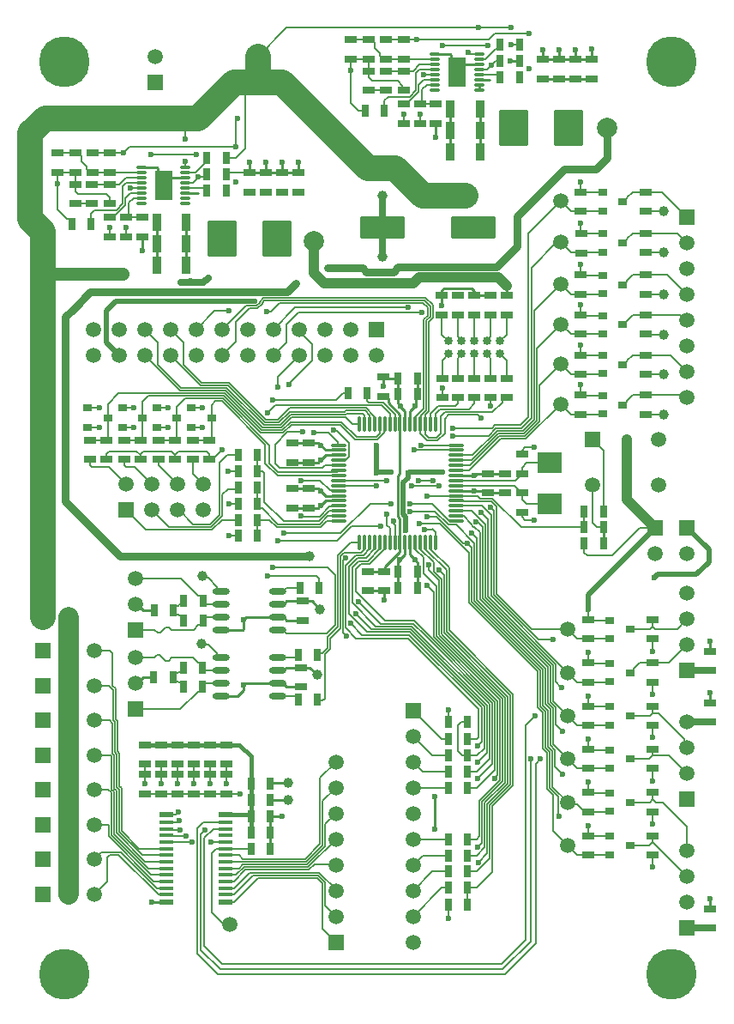
<source format=gbr>
%TF.GenerationSoftware,Altium Limited,Altium Designer,19.1.8 (144)*%
G04 Layer_Physical_Order=1*
G04 Layer_Color=255*
%FSLAX45Y45*%
%MOMM*%
%TF.FileFunction,Copper,L1,Top,Signal*%
%TF.Part,Single*%
G01*
G75*
%TA.AperFunction,SMDPad,CuDef*%
G04:AMPARAMS|DCode=10|XSize=4.4mm|YSize=2.2mm|CornerRadius=0.11mm|HoleSize=0mm|Usage=FLASHONLY|Rotation=0.000|XOffset=0mm|YOffset=0mm|HoleType=Round|Shape=RoundedRectangle|*
%AMROUNDEDRECTD10*
21,1,4.40000,1.98000,0,0,0.0*
21,1,4.18000,2.20000,0,0,0.0*
1,1,0.22000,2.09000,-0.99000*
1,1,0.22000,-2.09000,-0.99000*
1,1,0.22000,-2.09000,0.99000*
1,1,0.22000,2.09000,0.99000*
%
%ADD10ROUNDEDRECTD10*%
%ADD11R,1.30000X0.70000*%
%ADD12R,0.70000X1.30000*%
%ADD13O,1.14300X0.31750*%
G04:AMPARAMS|DCode=14|XSize=1.75mm|YSize=2.95mm|CornerRadius=0.0875mm|HoleSize=0mm|Usage=FLASHONLY|Rotation=0.000|XOffset=0mm|YOffset=0mm|HoleType=Round|Shape=RoundedRectangle|*
%AMROUNDEDRECTD14*
21,1,1.75000,2.77500,0,0,0.0*
21,1,1.57500,2.95000,0,0,0.0*
1,1,0.17500,0.78750,-1.38750*
1,1,0.17500,-0.78750,-1.38750*
1,1,0.17500,-0.78750,1.38750*
1,1,0.17500,0.78750,1.38750*
%
%ADD14ROUNDEDRECTD14*%
%ADD15R,0.90000X1.70000*%
G04:AMPARAMS|DCode=16|XSize=2.95mm|YSize=3.5mm|CornerRadius=0.1475mm|HoleSize=0mm|Usage=FLASHONLY|Rotation=180.000|XOffset=0mm|YOffset=0mm|HoleType=Round|Shape=RoundedRectangle|*
%AMROUNDEDRECTD16*
21,1,2.95000,3.20500,0,0,180.0*
21,1,2.65500,3.50000,0,0,180.0*
1,1,0.29500,-1.32750,1.60250*
1,1,0.29500,1.32750,1.60250*
1,1,0.29500,1.32750,-1.60250*
1,1,0.29500,-1.32750,-1.60250*
%
%ADD16ROUNDEDRECTD16*%
%ADD17C,1.00000*%
%ADD18R,0.90000X0.80000*%
%ADD19R,1.35000X0.60000*%
%ADD20R,1.35000X0.40000*%
%ADD21R,2.40000X2.00000*%
%ADD22O,1.65000X0.35000*%
%ADD23O,0.35000X1.65000*%
%ADD24O,1.70000X0.65000*%
%TA.AperFunction,Conductor*%
%ADD25C,0.25400*%
%ADD26C,0.12700*%
%ADD27C,2.54000*%
%ADD28C,0.63500*%
%ADD29C,1.27000*%
%ADD30C,0.76200*%
%ADD31C,0.50800*%
%ADD32C,2.03200*%
%ADD33C,1.01600*%
%ADD34C,0.38100*%
%TA.AperFunction,ComponentPad*%
%ADD35C,1.50000*%
%ADD36R,1.50000X1.50000*%
%ADD37C,1.50000*%
%ADD38C,2.00000*%
%ADD39C,0.85000*%
%ADD40R,1.50000X1.50000*%
%TA.AperFunction,ViaPad*%
%ADD41C,0.60000*%
%ADD42C,1.00000*%
%ADD43C,5.00000*%
D10*
X4537500Y7870000D02*
D03*
X3647500D02*
D03*
D11*
X6240000Y7397000D02*
D03*
Y7207000D02*
D03*
X5602500Y7397000D02*
D03*
Y7207000D02*
D03*
X955314Y7967433D02*
D03*
Y7777433D02*
D03*
X1115314Y7967433D02*
D03*
Y7777433D02*
D03*
X1272814D02*
D03*
Y7967433D02*
D03*
X955314Y8409934D02*
D03*
Y8599934D02*
D03*
X780314Y8409934D02*
D03*
Y8599934D02*
D03*
X610314Y8599934D02*
D03*
Y8409934D02*
D03*
X432814Y8599934D02*
D03*
Y8409934D02*
D03*
X610314Y8292434D02*
D03*
Y8102433D02*
D03*
X777814Y8102441D02*
D03*
Y8292441D02*
D03*
X955314Y8102441D02*
D03*
Y8292441D02*
D03*
X2810314Y8214933D02*
D03*
Y8404933D02*
D03*
X2650314Y8214933D02*
D03*
Y8404933D02*
D03*
X2490314D02*
D03*
Y8214933D02*
D03*
X2327814Y8404933D02*
D03*
Y8214933D02*
D03*
X5020000Y5247500D02*
D03*
Y5057500D02*
D03*
Y5437500D02*
D03*
Y5627500D02*
D03*
X4685000Y5437500D02*
D03*
Y5247500D02*
D03*
X4855000Y5437500D02*
D03*
Y5247500D02*
D03*
X6312500Y2292000D02*
D03*
Y2102000D02*
D03*
X5675001Y2292000D02*
D03*
Y2102000D02*
D03*
X1935000Y5577500D02*
D03*
Y5767500D02*
D03*
X1775000Y5577500D02*
D03*
Y5767500D02*
D03*
X1595000Y5577500D02*
D03*
Y5767500D02*
D03*
X1435000Y5577500D02*
D03*
Y5767500D02*
D03*
X1255279Y5577216D02*
D03*
Y5767216D02*
D03*
X1095279Y5577216D02*
D03*
Y5767216D02*
D03*
X915000Y5577500D02*
D03*
Y5767500D02*
D03*
X755000Y5577500D02*
D03*
Y5767500D02*
D03*
X5707500Y9332655D02*
D03*
Y9522655D02*
D03*
X5547500Y9332655D02*
D03*
Y9522655D02*
D03*
X5387500D02*
D03*
Y9332655D02*
D03*
X5225000Y9522655D02*
D03*
Y9332655D02*
D03*
X4170000Y8895155D02*
D03*
Y9085155D02*
D03*
X4012500D02*
D03*
Y8895155D02*
D03*
X3852500Y9085155D02*
D03*
Y8895155D02*
D03*
Y9527656D02*
D03*
Y9717656D02*
D03*
X3677500Y9527656D02*
D03*
Y9717656D02*
D03*
X3507500Y9717656D02*
D03*
Y9527656D02*
D03*
X3330000Y9717656D02*
D03*
Y9527656D02*
D03*
X3852500Y9220163D02*
D03*
Y9410163D02*
D03*
X3675000Y9220163D02*
D03*
Y9410163D02*
D03*
X3507500Y9410155D02*
D03*
Y9220155D02*
D03*
X1300001Y2472501D02*
D03*
Y2282500D02*
D03*
X6240000Y7002500D02*
D03*
Y6812499D02*
D03*
X5602500Y7002501D02*
D03*
Y6812500D02*
D03*
X6240000Y6212499D02*
D03*
Y6022499D02*
D03*
X5602500Y6212500D02*
D03*
Y6022500D02*
D03*
X6240000Y6608000D02*
D03*
Y6418000D02*
D03*
X5602500Y6608000D02*
D03*
Y6418000D02*
D03*
X6240000Y7809500D02*
D03*
Y7619500D02*
D03*
X5605000Y7804500D02*
D03*
Y7614500D02*
D03*
X6239999Y8216500D02*
D03*
Y8026500D02*
D03*
X5602500Y8216500D02*
D03*
Y8026500D02*
D03*
X1300001Y2765001D02*
D03*
Y2575000D02*
D03*
X1460001Y2282500D02*
D03*
Y2472501D02*
D03*
Y2765001D02*
D03*
Y2575000D02*
D03*
X1620001Y2282500D02*
D03*
Y2472501D02*
D03*
Y2765001D02*
D03*
Y2575000D02*
D03*
X1780001Y2282500D02*
D03*
Y2472501D02*
D03*
Y2765001D02*
D03*
Y2575000D02*
D03*
X1940001Y2282500D02*
D03*
Y2472501D02*
D03*
Y2765001D02*
D03*
Y2575000D02*
D03*
X2100000Y2282501D02*
D03*
Y2472501D02*
D03*
Y2765001D02*
D03*
Y2575001D02*
D03*
X3665000Y4282500D02*
D03*
Y4472501D02*
D03*
X3502500Y4472500D02*
D03*
Y4282500D02*
D03*
X3650000Y6200000D02*
D03*
Y6390000D02*
D03*
X2757500Y5100000D02*
D03*
Y5290000D02*
D03*
X2917500Y5100000D02*
D03*
Y5290000D02*
D03*
Y5740000D02*
D03*
Y5550000D02*
D03*
X2757500Y5740000D02*
D03*
Y5550000D02*
D03*
X6312500Y1865500D02*
D03*
Y1675500D02*
D03*
X5675001Y1865500D02*
D03*
Y1675500D02*
D03*
X6312500Y3571501D02*
D03*
Y3381500D02*
D03*
X5675000Y3571501D02*
D03*
Y3381500D02*
D03*
X6312500Y3998000D02*
D03*
Y3808000D02*
D03*
X5675000Y3998000D02*
D03*
Y3808000D02*
D03*
X6312500Y2718500D02*
D03*
Y2528500D02*
D03*
X5675000Y2718500D02*
D03*
Y2528500D02*
D03*
X6312500Y3145000D02*
D03*
Y2955000D02*
D03*
X5675000Y3145000D02*
D03*
Y2955000D02*
D03*
X4872500Y6190000D02*
D03*
Y6380000D02*
D03*
X4872179Y7005015D02*
D03*
Y7195015D02*
D03*
X4712500Y6190000D02*
D03*
Y6380000D02*
D03*
X4712180Y7005015D02*
D03*
Y7195015D02*
D03*
X4552500Y6190000D02*
D03*
Y6380000D02*
D03*
X4552180Y7005015D02*
D03*
Y7195015D02*
D03*
X4392500Y6190000D02*
D03*
Y6380000D02*
D03*
X4392180Y7005015D02*
D03*
Y7195015D02*
D03*
X4232500Y6190000D02*
D03*
Y6380000D02*
D03*
X4232180Y7005015D02*
D03*
Y7195015D02*
D03*
X6880000Y955000D02*
D03*
Y1145000D02*
D03*
Y3495000D02*
D03*
Y3685000D02*
D03*
Y2987000D02*
D03*
Y3177000D02*
D03*
X2842500Y3525000D02*
D03*
Y3335000D02*
D03*
X2857500Y4182501D02*
D03*
Y3992501D02*
D03*
D12*
X4997500Y9510155D02*
D03*
X4807500D02*
D03*
X4997500Y9670155D02*
D03*
X4807500D02*
D03*
X767814Y7902433D02*
D03*
X577814D02*
D03*
X2100314Y8392433D02*
D03*
X1910314D02*
D03*
X2100314Y8552433D02*
D03*
X1910314D02*
D03*
X5827500Y5067500D02*
D03*
X5637500D02*
D03*
X5827500Y4752500D02*
D03*
X5637500D02*
D03*
X5827500Y4910000D02*
D03*
X5637500D02*
D03*
X4482500Y2990000D02*
D03*
X4292500D02*
D03*
X4482500Y2820000D02*
D03*
X4292500D02*
D03*
X4482500Y2660000D02*
D03*
X4292500D02*
D03*
X4482500Y2500000D02*
D03*
X4292500D02*
D03*
X4482500Y2340000D02*
D03*
X4292500D02*
D03*
X4482500Y1832500D02*
D03*
X4292500D02*
D03*
X4482500Y1672500D02*
D03*
X4292500D02*
D03*
X4482500Y1512500D02*
D03*
X4292500D02*
D03*
X4482500Y1352500D02*
D03*
X4292500D02*
D03*
X4482500Y1182500D02*
D03*
X4292500D02*
D03*
X2410284Y4822779D02*
D03*
X2220284D02*
D03*
X2410284Y4982779D02*
D03*
X2220284D02*
D03*
X2410284Y5142779D02*
D03*
X2220284D02*
D03*
X2410284Y5302779D02*
D03*
X2220284D02*
D03*
X2410284Y5462779D02*
D03*
X2220284D02*
D03*
X2410284Y5622779D02*
D03*
X2220284D02*
D03*
X3665000Y9020155D02*
D03*
X3475000D02*
D03*
X1910314Y8232433D02*
D03*
X2100314D02*
D03*
X4997500Y9350155D02*
D03*
X4807500D02*
D03*
X1390000Y4090000D02*
D03*
X1580000D02*
D03*
X1682500Y4185000D02*
D03*
X1872500D02*
D03*
Y3992500D02*
D03*
X1682500D02*
D03*
X1387500Y3430000D02*
D03*
X1577500D02*
D03*
X1680000Y3527000D02*
D03*
X1870000D02*
D03*
Y3335000D02*
D03*
X1680000D02*
D03*
X2347500Y1737501D02*
D03*
X2537500D02*
D03*
X2537501Y2220001D02*
D03*
X2347501D02*
D03*
Y1900001D02*
D03*
X2537501D02*
D03*
Y2060001D02*
D03*
X2347501D02*
D03*
Y2380001D02*
D03*
X2537501D02*
D03*
X3987500Y4470000D02*
D03*
X3797499D02*
D03*
X3987500Y4310000D02*
D03*
X3797499D02*
D03*
X3797500Y6380000D02*
D03*
X3987500D02*
D03*
X3797500Y6220000D02*
D03*
X3987500D02*
D03*
X3302500Y6230000D02*
D03*
X3492500D02*
D03*
X2827500Y4311000D02*
D03*
X3017500D02*
D03*
X2812500Y3207000D02*
D03*
X3002500D02*
D03*
X2812500Y3653000D02*
D03*
X3002500D02*
D03*
D13*
X1699613Y8407441D02*
D03*
Y8357441D02*
D03*
Y8457441D02*
D03*
Y8257441D02*
D03*
Y8307441D02*
D03*
Y8207441D02*
D03*
Y8107441D02*
D03*
Y8157441D02*
D03*
X1265273Y8457441D02*
D03*
Y8407441D02*
D03*
Y8357441D02*
D03*
Y8257441D02*
D03*
Y8307441D02*
D03*
Y8107441D02*
D03*
Y8157441D02*
D03*
Y8207441D02*
D03*
X4596799Y9225163D02*
D03*
Y9275163D02*
D03*
Y9325163D02*
D03*
Y9375163D02*
D03*
Y9425163D02*
D03*
Y9475163D02*
D03*
Y9525163D02*
D03*
Y9575163D02*
D03*
X4162459Y9225163D02*
D03*
Y9275163D02*
D03*
Y9325163D02*
D03*
Y9375163D02*
D03*
Y9425163D02*
D03*
Y9475163D02*
D03*
Y9525163D02*
D03*
Y9575163D02*
D03*
D14*
X1482443Y8282441D02*
D03*
X4379629Y9400163D02*
D03*
D15*
X1707814Y7494933D02*
D03*
X1417814D02*
D03*
X1707814Y7917433D02*
D03*
X1417814D02*
D03*
X1707814Y7704933D02*
D03*
X1417814D02*
D03*
X4605000Y9035155D02*
D03*
X4315000D02*
D03*
X4605000Y8612655D02*
D03*
X4315000D02*
D03*
X4605000Y8822655D02*
D03*
X4315000D02*
D03*
D16*
X2602500Y7760000D02*
D03*
X2057500D02*
D03*
X5482500Y8847500D02*
D03*
X4937500D02*
D03*
D17*
X1860000Y3760000D02*
D03*
X1867500Y4425000D02*
D03*
D18*
X735000Y6084993D02*
D03*
Y5894994D02*
D03*
X935000Y5989993D02*
D03*
X1075280Y6084709D02*
D03*
Y5894709D02*
D03*
X1275280Y5989709D02*
D03*
X1415000Y6084993D02*
D03*
Y5894994D02*
D03*
X1615001Y5989993D02*
D03*
X1755000Y6084993D02*
D03*
Y5894994D02*
D03*
X1955000Y5989993D02*
D03*
X5817500Y6997500D02*
D03*
Y6817500D02*
D03*
X6017500Y6907500D02*
D03*
X5817500Y7391999D02*
D03*
Y7212000D02*
D03*
X6017501Y7301999D02*
D03*
X5817500Y6207500D02*
D03*
Y6027500D02*
D03*
X6017501Y6117500D02*
D03*
X5817500Y6603000D02*
D03*
Y6423000D02*
D03*
X6017501Y6513000D02*
D03*
X5817500Y7804500D02*
D03*
Y7624500D02*
D03*
X6017501Y7714500D02*
D03*
X5817500Y8211500D02*
D03*
Y8031500D02*
D03*
X6017500Y8121500D02*
D03*
X5890001Y1860500D02*
D03*
Y1680500D02*
D03*
X6090001Y1770500D02*
D03*
X5890001Y2287000D02*
D03*
Y2107000D02*
D03*
X6090001Y2197000D02*
D03*
X5890000Y3566501D02*
D03*
Y3386501D02*
D03*
X6090001Y3476501D02*
D03*
X5890000Y3993000D02*
D03*
Y3813000D02*
D03*
X6090001Y3903000D02*
D03*
X5890000Y2713500D02*
D03*
Y2533500D02*
D03*
X6090001Y2623500D02*
D03*
X5890000Y3140000D02*
D03*
Y2960000D02*
D03*
X6090001Y3050000D02*
D03*
D19*
X2097501Y2075001D02*
D03*
Y1210000D02*
D03*
X1512500D02*
D03*
Y2075001D02*
D03*
D20*
X2097501Y1675000D02*
D03*
Y1610000D02*
D03*
Y1545000D02*
D03*
Y1480000D02*
D03*
Y1284999D02*
D03*
Y1350000D02*
D03*
Y1415000D02*
D03*
X1512500D02*
D03*
Y1350000D02*
D03*
Y1284999D02*
D03*
Y1480000D02*
D03*
Y1545000D02*
D03*
Y1610000D02*
D03*
Y1675000D02*
D03*
Y1870001D02*
D03*
Y1935001D02*
D03*
Y2000001D02*
D03*
Y1805000D02*
D03*
Y1740000D02*
D03*
X2097501D02*
D03*
Y1805000D02*
D03*
Y2000001D02*
D03*
Y1935001D02*
D03*
Y1870001D02*
D03*
D21*
X5292500Y5542500D02*
D03*
Y5142500D02*
D03*
D22*
X3210000Y5720000D02*
D03*
Y5670000D02*
D03*
Y5620000D02*
D03*
Y5570000D02*
D03*
Y5520000D02*
D03*
Y5470000D02*
D03*
Y5420000D02*
D03*
Y5370000D02*
D03*
Y5320000D02*
D03*
Y5270000D02*
D03*
Y5220000D02*
D03*
Y5170000D02*
D03*
Y5120000D02*
D03*
Y5070000D02*
D03*
Y5020000D02*
D03*
Y4970000D02*
D03*
X4375000D02*
D03*
Y5020000D02*
D03*
Y5070000D02*
D03*
Y5120000D02*
D03*
Y5170000D02*
D03*
Y5220000D02*
D03*
Y5270000D02*
D03*
Y5320000D02*
D03*
Y5370000D02*
D03*
Y5420000D02*
D03*
Y5470000D02*
D03*
Y5520000D02*
D03*
Y5570000D02*
D03*
Y5620000D02*
D03*
Y5670000D02*
D03*
Y5720000D02*
D03*
D23*
X3417500Y4762500D02*
D03*
X3467500D02*
D03*
X3517500D02*
D03*
X3567500D02*
D03*
X3617500D02*
D03*
X3667500D02*
D03*
X3717500D02*
D03*
X3767500D02*
D03*
X3817500D02*
D03*
X3867500D02*
D03*
X3917500D02*
D03*
X3967500D02*
D03*
X4017500D02*
D03*
X4067500D02*
D03*
X4117500D02*
D03*
X4167500D02*
D03*
Y5927500D02*
D03*
X4117500D02*
D03*
X4067500D02*
D03*
X4017500D02*
D03*
X3967500D02*
D03*
X3917500D02*
D03*
X3867500D02*
D03*
X3817500D02*
D03*
X3767500D02*
D03*
X3717500D02*
D03*
X3667500D02*
D03*
X3617500D02*
D03*
X3567500D02*
D03*
X3517500D02*
D03*
X3467500D02*
D03*
X3417500D02*
D03*
D24*
X2612500Y3897500D02*
D03*
Y4024500D02*
D03*
Y4151500D02*
D03*
Y4278500D02*
D03*
X2052500Y3897500D02*
D03*
Y4024500D02*
D03*
Y4151500D02*
D03*
Y4278500D02*
D03*
X2610000Y3239500D02*
D03*
Y3366500D02*
D03*
Y3493500D02*
D03*
Y3620500D02*
D03*
X2050000Y3239500D02*
D03*
Y3366500D02*
D03*
Y3493500D02*
D03*
Y3620500D02*
D03*
D25*
X4379629Y9400363D02*
X4454429Y9475163D01*
X4319400Y9460392D02*
X4379629Y9400163D01*
X4319400Y9460392D02*
Y9570884D01*
X2650335Y8410217D02*
X2810334D01*
X2490334D02*
X2650335D01*
X2327835D02*
X2490334D01*
X1482443Y8282641D02*
X1557243Y8357441D01*
X1422214Y8342670D02*
X1482443Y8282441D01*
X1422214Y8342670D02*
Y8453162D01*
X2697179Y3334501D02*
X2855000D01*
X2275000Y3350000D02*
X2291500Y3366500D01*
X2610000D01*
X2275000Y3300000D02*
Y3350000D01*
X2214500Y3239500D02*
X2275000Y3300000D01*
X2050000Y3239500D02*
X2214500D01*
X2275000Y4000000D02*
X2299500Y4024500D01*
X2275000Y3907500D02*
Y4000000D01*
X2265000Y3897500D02*
X2275000Y3907500D01*
X2299500Y4024500D02*
X2612500D01*
X4232180Y7095000D02*
Y7195015D01*
X3650000Y6300000D02*
Y6390000D01*
X3660000Y6380000D01*
X3797500D01*
X1207500Y4151500D02*
X1223179D01*
X1284679Y4090000D01*
X1390000D01*
X1207500Y3366500D02*
X1219406D01*
X1282906Y3430000D01*
X1387500D01*
X3967500Y6102500D02*
X3974120Y6109120D01*
X3917500Y6052500D02*
X3967500Y6102500D01*
X3797500Y6220000D02*
Y6380000D01*
X3974120Y6109120D02*
Y6206620D01*
X3987500Y6220000D01*
X2610000Y3366500D02*
X2665179D01*
X2697179Y3334501D01*
X2052500Y3897500D02*
X2265000D01*
X3967500Y4580843D02*
Y4587500D01*
X3917500Y4637500D02*
X3967500Y4587500D01*
Y4580843D02*
X3987500Y4560843D01*
Y4470000D02*
Y4560843D01*
X3798600Y5416758D02*
X3817500Y5435658D01*
X3798600Y5015321D02*
Y5416758D01*
X3817500Y5435658D02*
Y5927500D01*
Y4762500D02*
Y4996422D01*
X3798600Y5015321D02*
X3817500Y4996422D01*
X3816085Y5928915D02*
Y6021415D01*
X3701541Y6135959D02*
X3816085Y6021415D01*
X3701541Y6135959D02*
Y6177700D01*
X2709957Y2217500D02*
X2712478Y2220021D01*
X2545337Y2217500D02*
X2709957D01*
X2542816Y2220021D02*
X2545337Y2217500D01*
X2712478Y2220021D02*
X2715000Y2217500D01*
X2550000Y2392500D02*
X2710000D01*
X2537501Y2380001D02*
X2550000Y2392500D01*
X2927499Y3525000D02*
X2997500Y3455000D01*
X2842500Y3525000D02*
X2927499D01*
X2945721Y4179279D02*
X3025000Y4100000D01*
X2860722Y4179279D02*
X2945721D01*
X2857500Y4182501D02*
X2860722Y4179279D01*
X4160000Y1927500D02*
Y2252500D01*
X3820447Y6099553D02*
Y6105453D01*
Y6106210D01*
X3679241Y6200000D02*
X3701541Y6177700D01*
X3816085Y5928915D02*
X3817500Y5927500D01*
X3650000Y6200000D02*
X3679241D01*
X3035000Y5570000D02*
X3084999Y5620000D01*
X3028343Y5570000D02*
X3035000D01*
X3008343Y5550000D02*
X3028343Y5570000D01*
X2917500Y5550000D02*
X3008343D01*
X1822559Y8207441D02*
X1825000Y8205000D01*
X1699613Y8207441D02*
X1822559D01*
X2327835Y8410217D02*
Y8507717D01*
X2490334Y8410217D02*
Y8507717D01*
X2650335Y8410217D02*
Y8507717D01*
X2810314Y8415532D02*
Y8513032D01*
X5707479Y9527970D02*
Y9625470D01*
X5547500Y9522655D02*
Y9620155D01*
X5387500Y9522655D02*
Y9620155D01*
X5225000Y9522655D02*
Y9620155D01*
X5547500Y9522655D02*
X5707500D01*
X5387500D02*
X5547500D01*
X5225000D02*
X5387500D01*
X1275000Y7637500D02*
Y7775247D01*
X1272814Y7777433D02*
X1275000Y7775247D01*
X4907500Y9510155D02*
X4997500D01*
X5547500Y9332655D02*
X5707500D01*
X5387500D02*
X5547500D01*
X5225000D02*
X5387500D01*
X4170000Y8757408D02*
X4172186Y8755222D01*
X4170000Y8757408D02*
Y8895155D01*
X1707814Y7704933D02*
Y7917433D01*
Y7494933D02*
Y7704933D01*
X1417814D02*
Y7917433D01*
Y7494933D02*
Y7704933D01*
X1265273Y8457441D02*
X1417935D01*
X1422214Y8453162D01*
X1557243Y8357441D02*
X1699613D01*
X1482443Y8282441D02*
Y8282641D01*
X4315000Y8822655D02*
Y9035155D01*
Y8612655D02*
Y8822655D01*
X4605000D02*
Y9035155D01*
Y8612655D02*
Y8822655D01*
X4379629Y9400163D02*
Y9400363D01*
X4454429Y9475163D02*
X4596799D01*
X4315121Y9575163D02*
X4319400Y9570884D01*
X4162459Y9575163D02*
X4315121D01*
X4596799Y9225163D02*
Y9275163D01*
X4702493Y9325163D02*
X4705000Y9322655D01*
X4596799Y9325163D02*
X4702493D01*
X6880000Y1145000D02*
Y1247500D01*
Y3177000D02*
Y3275000D01*
Y3685000D02*
Y3787500D01*
X4872179Y7195015D02*
Y7290000D01*
X4552180Y7195015D02*
X4712180D01*
X4552180D02*
Y7242820D01*
X4527500Y7267500D02*
X4552180Y7242820D01*
X4249680Y7267500D02*
X4527500D01*
X4232180Y7250000D02*
X4249680Y7267500D01*
X4232180Y7195015D02*
Y7250000D01*
X3817500Y4667499D02*
Y4762500D01*
X4550000Y5270000D02*
X4554707Y5265293D01*
X4667207D01*
X4685000Y5247500D01*
X2537501Y2060001D02*
X2652500D01*
X2537501Y1900001D02*
Y2060001D01*
X2537500Y1900001D02*
X2537501Y1900001D01*
X2537500Y1737501D02*
Y1900001D01*
X1367500Y1210000D02*
X1512500D01*
X5827500Y4910000D02*
X5827500Y4910000D01*
Y4752500D02*
Y4910000D01*
X3665000Y4195000D02*
Y4282500D01*
X3502500Y4282500D02*
X3502501Y4282500D01*
X3665000D01*
Y4472501D02*
X3669111Y4476612D01*
X3664999Y4472500D02*
X3665000Y4472501D01*
X3502500Y4472500D02*
X3664999D01*
X3669111Y4476612D02*
Y4519111D01*
X3817500Y4667499D01*
X3820447Y6099553D02*
X3867500Y6052500D01*
X3797500Y6129157D02*
X3820447Y6106210D01*
X2667679Y4024500D02*
X2699679Y3992501D01*
X2612500Y4024500D02*
X2667679D01*
X2699679Y3992501D02*
X2857500D01*
X2612500Y4151500D02*
X2668679D01*
X2699679Y4182501D01*
X2857500D01*
X2610000Y3493500D02*
X2665679D01*
X2697179Y3525000D01*
X2842500D01*
X2757500Y5550000D02*
X2757500Y5550000D01*
X2917500D01*
X2757500Y5740000D02*
X2757500Y5740000D01*
X2917500D01*
X3008343D02*
X3028343Y5720000D01*
X3035000D01*
X2917500Y5740000D02*
X3008343D01*
X3035000Y5720000D02*
X3085000Y5670000D01*
X3210000D01*
X3084999Y5620000D02*
X3210000D01*
X4574156Y5437500D02*
X4685000D01*
X4556656Y5420000D02*
X4574156Y5437500D01*
X4685000D02*
X4855000D01*
X4550000Y5420000D02*
X4556656D01*
X4375000D02*
X4550000D01*
X4685000Y5247500D02*
X4855000D01*
X4375000Y5270000D02*
X4550000D01*
X3917500Y4637500D02*
Y4762500D01*
X3867500Y4637500D02*
Y4762500D01*
X3817500Y4587500D02*
X3867500Y4637500D01*
X3797499Y4470000D02*
Y4560843D01*
X3817500Y4580843D01*
Y4587500D01*
X3987500Y4310000D02*
Y4470000D01*
X3797499Y4310000D02*
Y4470000D01*
X2917500Y5100000D02*
X3008343D01*
X3028343Y5120000D01*
X3035000D01*
X3084999Y5170000D01*
X3210000D01*
X3085000Y5220000D02*
X3210000D01*
X3035000Y5270000D02*
X3085000Y5220000D01*
X2917500Y5290000D02*
X3008343D01*
X3028343Y5270000D01*
X3035000D01*
X2757500Y5100000D02*
X2917500D01*
X2757500Y5290000D02*
X2917500D01*
X3987500Y6220000D02*
Y6380000D01*
X3917500Y5927500D02*
Y6052500D01*
X3867500Y5927500D02*
Y6052500D01*
X3797500Y6129157D02*
Y6220000D01*
D26*
X3382500Y4055000D02*
X3532500Y3905000D01*
X1594998Y5577493D02*
X1596326Y5578821D01*
X1594721Y5577216D02*
X1594998Y5577493D01*
X1595559Y5576932D01*
X1594996Y5577495D02*
X1594998Y5577493D01*
X1593953Y5578537D02*
X1594996Y5577495D01*
X4490000Y9592500D02*
X4502799D01*
X4520137Y9575163D01*
X4596799D01*
X2416000Y9554000D02*
X2699500Y9837500D01*
X4595000D01*
X4912500D01*
X4915000Y9840000D01*
Y9670155D02*
X4997500D01*
X2130000Y4822779D02*
X2220284D01*
X4050000Y6958421D02*
X4090000Y6998421D01*
X4075400Y6947900D02*
X4115400Y6987900D01*
X4100800Y6937379D02*
X4140800Y6977379D01*
X4050000Y6076689D02*
Y6958421D01*
X4075400Y6066168D02*
Y6947900D01*
X4232500Y6380000D02*
Y6553000D01*
X4298500Y6619000D01*
X2811500Y7030000D02*
X3875633D01*
X3879683Y7025950D02*
X3920317D01*
X3875633Y7030000D02*
X3879683Y7025950D01*
X2694000Y6912500D02*
X2811500Y7030000D01*
X2694000Y6734000D02*
Y6912500D01*
X3924367Y7030000D02*
X4037500D01*
X3920317Y7025950D02*
X3924367Y7030000D01*
X2566000Y6606000D02*
X2694000Y6734000D01*
X4178421Y5012500D02*
X4435950Y4754971D01*
X4087500Y5012500D02*
X4178421D01*
X3917500Y5065363D02*
X4161479D01*
X4293392Y4933450D01*
X2750164Y7125000D02*
X4045000D01*
X2747214Y7122050D02*
X2750164Y7125000D01*
X2632050Y7122050D02*
X2747214D01*
X2545000Y7035000D02*
X2632050Y7122050D01*
X2739643Y7150400D02*
X4055521D01*
X2736693Y7147450D02*
X2739643Y7150400D01*
X2478766Y7147450D02*
X2736693D01*
X2454450Y7123134D02*
X2478766Y7147450D01*
X2729123Y7175800D02*
X4066042D01*
X2726172Y7172850D02*
X2729123Y7175800D01*
X2468245Y7172850D02*
X2726172D01*
X2429050Y7133655D02*
X2468245Y7172850D01*
X2454450Y7111662D02*
Y7123134D01*
X2410838Y7068050D02*
X2454450Y7111662D01*
X2349162Y7068050D02*
X2410838D01*
X2344562Y7072650D02*
X2349162Y7068050D01*
X2330150Y7072650D02*
X2344562D01*
X2429050Y7122183D02*
Y7133655D01*
X2400317Y7093450D02*
X2429050Y7122183D01*
X2359683Y7093450D02*
X2400317D01*
X2355083Y7098050D02*
X2359683Y7093450D01*
X2296050Y7098050D02*
X2355083D01*
X5602500Y7809500D02*
X5607500Y7804500D01*
X2192500Y6935000D02*
X2330150Y7072650D01*
X2058000Y6860000D02*
X2296050Y7098050D01*
X2505000Y7035000D02*
X2545000D01*
X2287500Y8645000D02*
Y9171500D01*
X2416000Y9300000D01*
X2194933Y8552433D02*
X2287500Y8645000D01*
X2100314Y8552433D02*
X2194933D01*
X1699613Y8824613D02*
X1820000Y8945000D01*
X1699613Y8735000D02*
Y8824613D01*
Y8457441D02*
Y8520000D01*
X3195667Y5859332D02*
X3311549Y5743451D01*
X3168608Y5859332D02*
X3195667D01*
X3160154Y5867786D02*
X3168608Y5859332D01*
X2970000Y5842500D02*
X3112500D01*
X3205890Y5749110D01*
Y5724110D02*
Y5749110D01*
Y5724110D02*
X3210000Y5720000D01*
X3311549Y5604861D02*
Y5743451D01*
X3276689Y5570000D02*
X3311549Y5604861D01*
X3210000Y5570000D02*
X3276689D01*
X2056474Y6152500D02*
X2487500Y5721474D01*
Y5540000D02*
Y5721474D01*
Y5540000D02*
X2607500Y5420000D01*
X2530000Y5537500D02*
Y5714895D01*
Y5537500D02*
X2615000Y5452500D01*
X2066995Y6177900D02*
X2530000Y5714895D01*
X2585000Y5724474D02*
X2708026Y5847500D01*
X2585000Y5537500D02*
Y5724474D01*
Y5537500D02*
X2630000Y5492500D01*
X2708026Y5847500D02*
X2860000D01*
X2630000Y5492500D02*
X3050000D01*
X3077500Y5520000D01*
X3210000D01*
X3196550Y5456550D02*
X3210000Y5470000D01*
X3129860Y5456550D02*
X3196550D01*
X3125810Y5452500D02*
X3129860Y5456550D01*
X2615000Y5452500D02*
X3125810D01*
X2607500Y5420000D02*
X3210000D01*
X2837500Y5370000D02*
X3030000D01*
X3125733Y5274267D01*
X3205733D01*
X3210000Y5270000D01*
X2842884Y5015000D02*
X3022500D01*
X2837638Y5020245D02*
X2842884Y5015000D01*
X3022500D02*
X3123233Y5115733D01*
X3205733D01*
X3210000Y5120000D01*
X5085199Y7809200D02*
X5402500Y8126500D01*
X5085199Y5995199D02*
Y7809200D01*
X5006318Y5916318D02*
X5085199Y5995199D01*
X4100800Y6055648D02*
Y6937379D01*
X4140800Y6977379D02*
Y7101042D01*
X4066042Y7175800D02*
X4140800Y7101042D01*
X4115400Y6987900D02*
Y7090521D01*
X4055521Y7150400D02*
X4115400Y7090521D01*
X4090000Y6998421D02*
Y7080000D01*
X4045000Y7125000D02*
X4090000Y7080000D01*
X2781000Y7075000D02*
X3900000D01*
X3967500Y5994189D02*
X4050000Y6076689D01*
X3639200Y6110800D02*
X3717500Y6032501D01*
X2585628Y6110800D02*
X3639200D01*
X3483021Y6085400D02*
X3563233Y6005188D01*
X2730400Y6085400D02*
X3483021D01*
X3517500Y5927500D02*
Y6015000D01*
X3472500Y6060000D02*
X3517500Y6015000D01*
X3282500Y6060000D02*
X3472500D01*
X3467500Y5927500D02*
Y6015000D01*
X3450000Y6032500D02*
X3467500Y6015000D01*
X3293891Y6032500D02*
X3450000D01*
X3651300Y6136200D02*
X3767500Y6020000D01*
X3190000Y6165000D02*
X3255000Y6230000D01*
X3563233Y5931767D02*
Y6005188D01*
X3270000Y6047500D02*
X3282500Y6060000D01*
X2728421Y6047500D02*
X3270000D01*
X3281391Y6020000D02*
X3293891Y6032500D01*
X2736842Y6020000D02*
X3281391D01*
X3511300Y6136200D02*
X3651300D01*
X2580000Y6165000D02*
X3190000D01*
X2745263Y5992500D02*
X3282500D01*
X3225000Y5920000D02*
X3372500Y5772500D01*
X2744605Y5920000D02*
X3225000D01*
X3372500Y5772500D02*
X3595000D01*
X3237500Y5947500D02*
X3387100Y5797900D01*
X2736184Y5947500D02*
X3237500D01*
X2566000Y6860000D02*
X2781000Y7075000D01*
X2192500Y6740500D02*
Y6935000D01*
X1986500Y7042500D02*
X2125000D01*
X1804000Y6860000D02*
X1986500Y7042500D01*
X6112500Y6212500D02*
X6627501D01*
X6652500Y6187500D01*
X6486000Y6608000D02*
X6652500Y6441500D01*
X6240000Y6608000D02*
X6486000D01*
X6636013Y6949500D02*
X6652500D01*
X6583014Y7002500D02*
X6636013Y6949500D01*
X6240000Y7002500D02*
X6583014D01*
X6459000Y7397000D02*
X6652500Y7203500D01*
X6240000Y7397000D02*
X6459000D01*
X6554500Y7809500D02*
X6652500Y7711500D01*
X6240000Y7809500D02*
X6554500D01*
X6401500Y8216500D02*
X6652500Y7965500D01*
X6239999Y8216500D02*
X6401500D01*
X6340000Y3905000D02*
X6554500D01*
X6652500Y4003000D01*
X6312500Y3932500D02*
X6340000Y3905000D01*
X6283000Y3903000D02*
X6312500Y3932500D01*
Y3998000D01*
X6090001Y3903000D02*
X6283000D01*
X6475001Y3571501D02*
X6652500Y3749000D01*
X6312500Y3571501D02*
X6475001D01*
X2125000Y5142779D02*
X2220284D01*
X2060000Y5022500D02*
Y5230000D01*
X1950000Y4912500D02*
X2060000Y5022500D01*
Y5230000D02*
X2117500Y5287500D01*
X2032500Y5032500D02*
Y5545000D01*
X2110279Y5622779D01*
X1940000Y4940000D02*
X2032500Y5032500D01*
X2117500Y5462779D02*
X2220284D01*
X1993650Y5606150D02*
Y5606150D01*
X1965000Y5577500D02*
X1993650Y5606150D01*
X1935000Y5577500D02*
X1965000D01*
X1993650Y5606150D02*
X2057500Y5670000D01*
X1935000Y5577500D02*
Y5632500D01*
X1907500Y5660000D02*
X1935000Y5632500D01*
X1632500Y5660000D02*
X1907500D01*
X1596326Y5578821D02*
Y5623826D01*
X1632500Y5660000D01*
X1255279Y5577216D02*
Y5632216D01*
X1282780Y5659716D01*
X1557779D01*
X1593953Y5578537D02*
Y5623542D01*
X1557779Y5659716D02*
X1593953Y5623542D01*
X1217500Y5660000D02*
X1253674Y5623826D01*
Y5578821D02*
Y5623826D01*
Y5578821D02*
X1255279Y5577216D01*
X942500Y5660000D02*
X1217500D01*
X915000Y5632500D02*
X942500Y5660000D01*
X915000Y5577500D02*
Y5632500D01*
X5675000Y3808000D02*
X5890000D01*
X5120343Y3903000D02*
X5475000D01*
X5570000Y3808000D01*
X5675000Y3381500D02*
X5890000D01*
X5675000Y2955000D02*
X5890000D01*
X5885000Y2528500D02*
X5890000Y2533500D01*
X5675000Y2528500D02*
X5885000D01*
X5885000Y1675500D02*
X5890001Y1680500D01*
X5675001Y1675500D02*
X5885000D01*
X6312500Y1802500D02*
Y1803000D01*
X6652500Y1463000D01*
X6312500Y1803000D02*
Y1865500D01*
X6280500Y1770500D02*
X6312500Y1802500D01*
X6090001Y1770500D02*
X6280500D01*
X6628447Y2757053D02*
Y2816553D01*
Y2757053D02*
X6652500Y2733000D01*
X6367500Y3077500D02*
X6628447Y2816553D01*
X6312500Y3077500D02*
X6367500D01*
X6285000Y3050000D02*
X6312500Y3077500D01*
Y3145000D01*
X6090001Y3050000D02*
X6285000D01*
X6474000Y2657500D02*
X6652500Y2479000D01*
X6312500Y2657500D02*
X6474000D01*
X6278500Y2623500D02*
X6312500Y2657500D01*
Y2718500D01*
X6090001Y2623500D02*
X6278500D01*
X6312500Y3687500D02*
Y3808000D01*
Y3261001D02*
Y3381500D01*
Y2834500D02*
Y2955000D01*
Y2408000D02*
Y2528500D01*
X6312500Y1981500D02*
Y2102000D01*
Y1555000D02*
Y1675500D01*
X6652500Y1717000D02*
Y1960000D01*
X6415000Y2197500D02*
X6652500Y1960000D01*
X6343941Y2197500D02*
X6415000D01*
X6314471Y2226971D02*
X6343941Y2197500D01*
X6312500Y2225000D02*
X6314471Y2226971D01*
X6284500Y2197000D02*
X6312500Y2225000D01*
Y2292000D01*
X6090001Y2197000D02*
X6284500D01*
X2058000Y6606000D02*
X2192500Y6740500D01*
X4067500Y6022347D02*
X4100800Y6055648D01*
X4067500Y5927500D02*
Y6022347D01*
X4021766Y6012535D02*
X4075400Y6066168D01*
X4017500Y5927500D02*
X4021766Y5931767D01*
X4017500Y5835000D02*
Y5927500D01*
X4021766Y5931767D02*
Y6012535D01*
X3967500Y5927500D02*
Y5994189D01*
X4232500Y6190000D02*
Y6280000D01*
Y6190000D02*
X4232500Y6190000D01*
X4192500Y6105000D02*
X4362500D01*
X4117500Y6030000D02*
X4192500Y6105000D01*
X4117500Y5927500D02*
Y6030000D01*
X4210000Y6072500D02*
X4497500D01*
X4167500Y6030000D02*
X4210000Y6072500D01*
X4167500Y5927500D02*
Y6030000D01*
X4222500Y5835000D02*
Y6007500D01*
X4260000Y6045000D01*
X4727500D01*
X4262500Y5837500D02*
Y5982500D01*
X4297500Y6017500D01*
X4585000D01*
X4362500Y6105000D02*
X4392500Y6135000D01*
Y6190000D01*
X1960000Y1110000D02*
X2057447Y1012553D01*
X2114947D01*
X2140000Y987500D01*
X1960000Y1110000D02*
Y1695000D01*
X2002501Y1737501D01*
X5052479Y5699685D02*
X5144979D01*
X4997479Y5644685D02*
X5015440D01*
X5021590Y5650835D01*
Y5668796D01*
X5052479Y5699685D01*
X3792779Y9315178D02*
X3841184Y9266773D01*
Y9231479D02*
Y9266773D01*
Y9231479D02*
X3852500Y9220163D01*
X3542322Y9315178D02*
X3792779D01*
X3507500Y9350000D02*
X3542322Y9315178D01*
X3507500Y9350000D02*
Y9410155D01*
X3330000Y9095000D02*
Y9417655D01*
Y9095000D02*
X3404845Y9020155D01*
X3475000D01*
X2100314Y8392433D02*
X2112814Y8404933D01*
X2327814D01*
X610314Y8224686D02*
Y8292434D01*
Y8224686D02*
X637543Y8197457D01*
X920357D01*
X955314Y8162500D01*
Y8102441D02*
Y8162500D01*
X432814Y8047433D02*
X531203Y7949044D01*
X549163D01*
X577814Y7920394D01*
Y7902433D02*
Y7920394D01*
X432814Y8047433D02*
Y8299933D01*
X3582900Y5797900D02*
X3617500Y5832500D01*
X3387100Y5797900D02*
X3582900D01*
X3595000Y5772500D02*
X3663233Y5840733D01*
X4551353Y4913450D02*
X4605000Y4859803D01*
X4544683Y4913450D02*
X4551353D01*
X4515950Y4942183D02*
X4544683Y4913450D01*
X4515950Y4942183D02*
Y4948853D01*
X4444803Y5020000D02*
X4515950Y4948853D01*
X4605000Y4202817D02*
Y4859803D01*
X4375000Y5020000D02*
X4444803D01*
X5057500Y2955000D02*
X5152500Y3050000D01*
X5057500Y836842D02*
Y2955000D01*
X4823158Y602500D02*
X5057500Y836842D01*
X1637500Y2002501D02*
Y2020000D01*
Y2002501D02*
X1640000Y2000001D01*
X1607500Y2075001D02*
X1632500Y2100000D01*
X1512500Y2075001D02*
X1607500D01*
X1522501Y1925000D02*
X1650000D01*
X1512500Y1935001D02*
X1522501Y1925000D01*
X1520001Y1862500D02*
X1705000D01*
X1512500Y1870001D02*
X1520001Y1862500D01*
X1512500Y1805000D02*
X1515000Y1807500D01*
X1762500D01*
X4485000Y4747500D02*
X4524600Y4707900D01*
X4477529Y4754971D02*
X4485000Y4747500D01*
X4148400Y3828724D02*
X4780849Y3196274D01*
X4199200Y3849802D02*
Y4384879D01*
Y3849802D02*
X4215000Y3834001D01*
X4173800Y3839281D02*
Y4328700D01*
Y3839281D02*
X4195000Y3818081D01*
X4148400Y3828724D02*
Y4271600D01*
X4085000Y4335000D02*
X4148400Y4271600D01*
X4224600Y3860323D02*
Y4395400D01*
Y3860323D02*
X4237500Y3847423D01*
X5569050Y2177950D02*
X5645001Y2102000D01*
X4495000Y4169133D02*
Y4660000D01*
X4207259Y4947741D02*
X4495000Y4660000D01*
X4007696Y4947741D02*
X4207259D01*
X4435950Y4754971D02*
X4477529D01*
X4293392Y4933450D02*
X4368417D01*
X4524600Y4175454D02*
Y4707900D01*
X4368417Y4933450D02*
X4552100Y4749767D01*
Y4183875D02*
Y4749767D01*
Y4183875D02*
X5228000Y3507975D01*
X4577500Y4194396D02*
Y4802500D01*
X4632500Y4211238D02*
Y4910000D01*
X4660000Y4219659D02*
Y4937500D01*
X4687500Y4228080D02*
Y4985000D01*
X4715000Y4236501D02*
Y5030000D01*
X4742500Y4244922D02*
Y5075000D01*
X4770000Y4253343D02*
Y5117500D01*
X4715000Y4236501D02*
X5475000Y3476501D01*
X4687500Y4228080D02*
X5355000Y3560580D01*
X4525000Y4855000D02*
X4577500Y4802500D01*
X4620000Y5052500D02*
X4687500Y4985000D01*
X4632500Y4211238D02*
X5304200Y3539538D01*
X4707500Y5110000D02*
X4742500Y5075000D01*
X4605000Y4202817D02*
X5278800Y3529017D01*
X4770000Y4253343D02*
X5120343Y3903000D01*
X4577500Y4194396D02*
X5253400Y3518496D01*
X4527500Y5070000D02*
X4660000Y4937500D01*
X4742500Y4244922D02*
X5182422Y3805000D01*
X4580000Y4962500D02*
X4632500Y4910000D01*
X4719450Y5168050D02*
X4770000Y5117500D01*
X4660000Y4219659D02*
X5329600Y3550059D01*
X4625000Y5120000D02*
X4715000Y5030000D01*
X4138059Y5140251D02*
X4308310Y4970000D01*
X4375000D01*
X3917691Y5140251D02*
X4138059D01*
X4375000Y5070000D02*
X4527500D01*
X4565000Y4962500D02*
X4580000D01*
X4375000Y5120000D02*
X4625000D01*
X4275400Y3881365D02*
Y4487100D01*
Y3881365D02*
X4275400Y3881364D01*
X4117500Y4695000D02*
X4300800Y4511700D01*
Y3891886D02*
Y4511700D01*
X4300800Y3891886D02*
X4933275Y3259410D01*
X4300800Y3891886D02*
X4300800Y3891886D01*
X4933275Y2360512D02*
Y3259410D01*
X4117500Y4695000D02*
Y4762500D01*
X4067500Y4695000D02*
X4275400Y4487100D01*
X4149955Y4470045D02*
X4224600Y4395400D01*
X4149955Y4470045D02*
Y4562545D01*
X4017500Y4695000D02*
X4149955Y4562545D01*
X4202500Y4487500D02*
X4250000Y4440000D01*
X4047500Y4455000D02*
X4173800Y4328700D01*
X4100000Y4484079D02*
Y4537500D01*
Y4484079D02*
X4199200Y4384879D01*
X4047500Y4455000D02*
Y4615000D01*
X4250000Y3870844D02*
Y4440000D01*
X3752500Y4942407D02*
Y4970000D01*
X3690000Y4929221D02*
Y5035000D01*
Y4929221D02*
X3717500Y4901721D01*
X4055198Y4890239D02*
X4135239D01*
X4137500Y4892500D01*
X5021611Y5010889D02*
X5052500Y4980000D01*
X5021611Y5010889D02*
Y5028850D01*
X5015460Y5035000D02*
X5021611Y5028850D01*
X4997500Y5035000D02*
X5015460D01*
X5052500Y4980000D02*
X5145000D01*
X4750000Y2427500D02*
Y2435168D01*
X4780849Y2466017D02*
Y3196274D01*
X4750000Y2435168D02*
X4780849Y2466017D01*
X4195000Y3818081D02*
X4806275Y3206805D01*
X4215000Y3834001D02*
X4831675Y3217326D01*
X4237500Y3847423D02*
X4857075Y3227847D01*
X4275400Y3881364D02*
X4907875Y3248889D01*
X3967500Y4695000D02*
X4047500Y4615000D01*
X4250000Y3870844D02*
X4882475Y3238368D01*
X3672100Y3985400D02*
X3955802D01*
X3385000Y4272500D02*
X3672100Y3985400D01*
X3385000Y4272500D02*
Y4500000D01*
X3382500Y4055000D02*
X3385000D01*
X3577500Y3932500D02*
X3933891D01*
X3347500Y4162500D02*
X3577500Y3932500D01*
X3347500Y4162500D02*
Y4515000D01*
X3532500Y3905000D02*
X3922500D01*
X3492500Y3877500D02*
X3911109D01*
X3312500Y4057500D02*
X3492500Y3877500D01*
X3312500Y4057500D02*
Y4522500D01*
X3442500Y3845000D02*
X3907500D01*
X3327500Y3960000D02*
X3442500Y3845000D01*
X3382500Y3815000D02*
X3900000D01*
X3278300Y3919200D02*
X3382500Y3815000D01*
X3278300Y3919200D02*
Y4533300D01*
X3405000Y4177500D02*
X3624600Y3957900D01*
X3252900Y3872100D02*
Y4578910D01*
X3227500Y3912500D02*
Y4625000D01*
X3202100Y3929600D02*
Y4635521D01*
X3175000Y3945000D02*
Y4435000D01*
X3095000Y3865000D02*
X3175000Y3945000D01*
X3312500Y4522500D02*
X3400150Y4610150D01*
X3252900Y3872100D02*
X3285000Y3840000D01*
X3717500Y5927500D02*
Y6032501D01*
X2510122Y6035295D02*
X2585628Y6110800D01*
X4017500Y5835000D02*
X4087500Y5765000D01*
X4190000D01*
X4027500Y5720000D02*
X4375000D01*
X4167500Y4762500D02*
Y4862500D01*
X3752500Y4942407D02*
X3767500Y4927407D01*
X3717500Y4762500D02*
Y4901721D01*
X3210262Y5370262D02*
X3685180D01*
X3767500Y4762500D02*
Y4927407D01*
X3210000Y5370000D02*
X3210262Y5370262D01*
X4080000Y5220000D02*
X4375000D01*
X3210259Y5320260D02*
X3587675D01*
X4137500Y4892500D02*
X4167500Y4862500D01*
X3957500Y5670000D02*
X4375000D01*
X4585000Y6017500D02*
X4617500Y5985000D01*
X4190000Y5765000D02*
X4262500Y5837500D01*
X3210000Y5320000D02*
X3210259Y5320260D01*
X2610000Y6287500D02*
Y6396000D01*
X2670000Y4855000D02*
X3227500D01*
X3232500Y4850000D01*
X2717500Y6320000D02*
Y6325000D01*
X2946500Y6554000D01*
X2610000Y6396000D02*
X2820000Y6606000D01*
X2492921Y5967500D02*
X2612500D01*
X2127521Y6332900D02*
X2492921Y5967500D01*
X2482400Y5942100D02*
X2623021D01*
X2117000Y6307500D02*
X2482400Y5942100D01*
X2471879Y5916700D02*
X2633542D01*
X2106479Y6282100D02*
X2471879Y5916700D01*
X2461358Y5891300D02*
X2644063D01*
X2095958Y6256700D02*
X2461358Y5891300D01*
X2451337Y5865400D02*
X2654084D01*
X2086737Y6230000D02*
X2451337Y5865400D01*
X2440816Y5840000D02*
X2664605D01*
X2077516Y6203300D02*
X2440816Y5840000D01*
X2612500Y5967500D02*
X2730400Y6085400D01*
X2623021Y5942100D02*
X2728421Y6047500D01*
X2633542Y5916700D02*
X2736842Y6020000D01*
X2644063Y5891300D02*
X2745263Y5992500D01*
X2654084Y5865400D02*
X2736184Y5947500D01*
X2664605Y5840000D02*
X2744605Y5920000D01*
X2946500Y6554000D02*
Y6712500D01*
X6239979Y6017215D02*
X6424980D01*
X6240000Y6418000D02*
X6425001D01*
X6239979Y6807215D02*
X6424980D01*
X6240000Y7207000D02*
X6425001D01*
X6240000Y7619500D02*
X6425001D01*
X6239999Y8026500D02*
X6425000D01*
X3075000Y3222500D02*
Y3655128D01*
X3055000Y3202500D02*
X3075000Y3222500D01*
X2195314Y8662433D02*
Y8916410D01*
X2214845Y8935942D01*
Y8942500D01*
X5502500Y7619500D02*
X5812500D01*
X3338421Y4920000D02*
X3627500D01*
X3522500Y5140000D02*
X3730000D01*
X1550000Y6860000D02*
X1680000Y6730000D01*
Y6514000D02*
Y6730000D01*
Y6514000D02*
X1861100Y6332900D01*
X1655821Y6282100D02*
X2106479D01*
X1424000Y6513921D02*
X1655821Y6282100D01*
X1424000Y6513921D02*
Y6732000D01*
X1848500Y6307500D02*
X2117000D01*
X1550000Y6606000D02*
X1848500Y6307500D01*
X1861100Y6332900D02*
X2127521D01*
X1296000Y6606000D02*
X1645300Y6256700D01*
X2095958D01*
X1040000Y6230000D02*
X2086737D01*
X1333300Y6203300D02*
X2077516D01*
X1695400Y6177900D02*
X2066995D01*
X1995000Y6152500D02*
X2056474D01*
X1082814Y8599934D02*
X1145313Y8662433D01*
X2195314D01*
X1830806Y8362433D02*
X1910314D01*
X1775813Y8307441D02*
X1830806Y8362433D01*
X1357500Y8582500D02*
X1807500D01*
X957807Y8407441D02*
X1265273D01*
X1112821Y8357441D02*
X1265273D01*
X1047822Y8292441D02*
X1112821Y8357441D01*
X955314Y8409934D02*
X957807Y8407441D01*
X955314Y8409934D02*
X955314Y8409934D01*
X1112821Y8307441D02*
X1265273D01*
X1080710Y8275329D02*
X1112821Y8307441D01*
X1080710Y8100896D02*
Y8275329D01*
X1156676Y8203796D02*
X1261628D01*
X1106110Y8153229D02*
X1156676Y8203796D01*
X1187821Y8157441D02*
X1265273D01*
X1140314Y8109933D02*
X1187821Y8157441D01*
X955314Y8292441D02*
X1047822D01*
X1017247Y8037433D02*
X1080710Y8100896D01*
X802814Y8037433D02*
X1017247D01*
X1106110Y8088229D02*
Y8153229D01*
X985314Y7967433D02*
X1106110Y8088229D01*
X1155314Y8257441D02*
X1265273D01*
X780314Y8599934D02*
X955314D01*
X955314Y8599934D02*
X1082814D01*
X955314Y8599934D02*
X955314Y8599934D01*
X780314Y8409934D02*
X955314D01*
X767814Y7902433D02*
Y8002433D01*
X802814Y8037433D01*
X955314Y7967433D02*
X985314D01*
X1261628Y8203796D02*
X1265273Y8207441D01*
X1115314Y7967433D02*
X1140314Y7992433D01*
Y8109933D01*
X1699613Y8407441D02*
X1795321D01*
X1910314Y8522433D01*
Y8552433D01*
X1699613Y8307441D02*
X1775813D01*
X1910314Y8362433D02*
Y8392433D01*
X1699613Y8257441D02*
X1885306D01*
X1910314Y8232433D01*
X1115314Y7967433D02*
X1272814D01*
X610314Y8102433D02*
X777806D01*
X777814Y8102441D01*
X610314Y8292434D02*
Y8409934D01*
X1115314Y7777433D02*
Y7869933D01*
X955314Y7777433D02*
Y7869933D01*
X432814Y8299933D02*
Y8409934D01*
X610314D01*
X432814Y8599934D02*
X610314D01*
X668964Y8518783D02*
Y8571284D01*
Y8518783D02*
X721664Y8466083D01*
X640314Y8599934D02*
X668964Y8571284D01*
X610314Y8599934D02*
X640314D01*
X721664Y8438584D02*
Y8466083D01*
X750314Y8409934D02*
X780314D01*
X721664Y8438584D02*
X750314Y8409934D01*
X777814Y8292441D02*
X955314D01*
X4719199Y9466854D02*
X4760889Y9508545D01*
X4677508Y9425163D02*
X4719199Y9466854D01*
X4240000Y9662655D02*
X4682500D01*
X3980000Y9717656D02*
X4690001D01*
X4752500Y9780155D01*
X3700000Y9155155D02*
X3914433D01*
X3852500Y8895155D02*
Y8987655D01*
X3977896Y9393051D02*
X4010007Y9425163D01*
X3977896Y9218618D02*
Y9393051D01*
X3914433Y9155155D02*
X3977896Y9218618D01*
X3945008Y9410163D02*
X4010007Y9475163D01*
X3852500Y9410163D02*
X3945008D01*
X4010007Y9475163D02*
X4162459D01*
X3675000Y9410163D02*
X3852500D01*
X3677500Y9527656D02*
X3852500D01*
X3677500Y9717656D02*
X3852500D01*
X3665000Y9120155D02*
X3700000Y9155155D01*
X3854993Y9525163D02*
X4162459D01*
X4010007Y9425163D02*
X4162459D01*
X4003296Y9205951D02*
Y9270951D01*
X3882500Y9085155D02*
X4003296Y9205951D01*
X4037500Y9227655D02*
X4085008Y9275163D01*
X4037500Y9110155D02*
Y9227655D01*
X4012500Y9085155D02*
X4037500Y9110155D01*
X4003296Y9270951D02*
X4053863Y9321518D01*
X4596799Y9425163D02*
X4677508D01*
X4760889Y9508545D02*
X4805889D01*
X4807500Y9510155D01*
X4662508Y9525163D02*
X4760889Y9623545D01*
X4596799Y9525163D02*
X4662508D01*
X4778850Y9623545D02*
X4807500Y9652195D01*
Y9670155D01*
X4760889Y9623545D02*
X4778850D01*
X4782493Y9375163D02*
X4807500Y9350155D01*
X4596799Y9375163D02*
X4782493D01*
X5225000Y9332655D02*
X5225000Y9332655D01*
X4752500Y9780155D02*
X5092500D01*
X4012500Y8895155D02*
Y8987655D01*
X4053863Y9321518D02*
X4158814D01*
X4162459Y9325163D01*
X3852500Y9085155D02*
X3882500D01*
X3330000Y9417655D02*
Y9527656D01*
X3507500D01*
Y9410155D02*
Y9527656D01*
X3852500Y9717656D02*
X3980000D01*
X3852500Y9717656D02*
X3852500Y9717656D01*
Y9527656D02*
X3854993Y9525163D01*
X3852500Y9527656D02*
X3852500Y9527656D01*
X3566150Y9636505D02*
X3618850Y9583805D01*
Y9556306D02*
Y9583805D01*
Y9556306D02*
X3647500Y9527656D01*
X3677500D01*
X3566150Y9636505D02*
Y9689006D01*
X3537500Y9717656D02*
X3566150Y9689006D01*
X3507500Y9717656D02*
X3537500D01*
X3330000D02*
X3507500D01*
Y9220155D02*
X3674992D01*
X3675000Y9220163D01*
X3665000Y9020155D02*
Y9120155D01*
X4012500Y9085155D02*
X4170000D01*
X4085008Y9275163D02*
X4162459D01*
X4052500Y9375163D02*
X4162459D01*
X1955000Y6112500D02*
X1995000Y6152500D01*
X1955000Y5989993D02*
Y6112500D01*
X1615001Y6097500D02*
X1695400Y6177900D01*
X1275280Y6145279D02*
X1333300Y6203300D01*
X935000Y6125000D02*
X1040000Y6230000D01*
X3347500Y5927500D02*
X3417500D01*
X3282500Y5992500D02*
X3347500Y5927500D01*
X3563233Y5931767D02*
X3567500Y5927500D01*
X1296000Y6860000D02*
X1424000Y6732000D01*
X4872500Y6380000D02*
Y6553000D01*
X4806500Y6619000D02*
X4872500Y6553000D01*
X4712500Y6380000D02*
Y6575476D01*
X4679500Y6608476D02*
X4712500Y6575476D01*
X4679500Y6608476D02*
Y6619000D01*
X4552500Y6380000D02*
Y6619000D01*
X4392500Y6575476D02*
X4425500Y6608476D01*
Y6619000D01*
X4392500Y6380000D02*
Y6575476D01*
X4806500Y6746000D02*
X4872179Y6811679D01*
Y7005015D01*
X4679500Y6746000D02*
Y6756910D01*
X4712180Y6789590D01*
Y7005015D01*
X4552180Y6746321D02*
X4552500Y6746000D01*
X4552180Y6746321D02*
Y7005015D01*
X4425500Y6746000D02*
Y6755883D01*
X4392180Y6789203D02*
X4425500Y6755883D01*
X4392180Y6789203D02*
Y7005015D01*
X4232180Y6812320D02*
X4298500Y6746000D01*
X4232180Y6812320D02*
Y7005015D01*
X735000Y6084993D02*
X847500D01*
X1075280Y6084709D02*
X1187779D01*
X1415000Y6084993D02*
X1527500D01*
X1755000D02*
X1867500D01*
X1755000Y5894994D02*
X1867500D01*
X1415000D02*
X1527500D01*
X1075280Y5894709D02*
X1187779D01*
X735000Y5894994D02*
X847500D01*
X5110500Y825500D02*
Y2623000D01*
X4832900Y547900D02*
X5110500Y825500D01*
X2043021Y547900D02*
X4832900D01*
X5157500Y805000D02*
Y2578500D01*
X4852500Y500000D02*
X5157500Y805000D01*
X2017500Y500000D02*
X4852500D01*
X1850000Y1882500D02*
X1892500Y1925000D01*
X1850000Y740921D02*
Y1882500D01*
Y740921D02*
X2043021Y547900D01*
X1812500Y1937500D02*
X1875001Y2000001D01*
X1812500Y705000D02*
Y1937500D01*
Y705000D02*
X2017500Y500000D01*
X2062500Y602500D02*
X4823158D01*
X1885800Y779200D02*
X2062500Y602500D01*
X1885800Y779200D02*
Y1843300D01*
X2330000Y1502500D02*
X3019342D01*
X3077900Y1180100D02*
Y1408021D01*
X2367500Y1475000D02*
X3010921D01*
X3077900Y1408021D01*
X3019342Y1502500D02*
X3186000Y1335842D01*
Y1326000D02*
Y1335842D01*
X3052500Y951500D02*
Y1397500D01*
X3002500Y1447500D02*
X3052500Y1397500D01*
X2415000Y1447500D02*
X3002500D01*
X3077900Y1180100D02*
X3186000Y1072000D01*
X3052500Y951500D02*
X3186000Y818000D01*
X2898579Y1582500D02*
X3078300Y1762221D01*
X2890158Y1610000D02*
X3052900Y1772742D01*
X3078300Y1980300D02*
X3186000Y2088000D01*
X3078300Y1762221D02*
Y1980300D01*
X3052900Y2208900D02*
X3186000Y2342000D01*
X3052900Y1772742D02*
Y2208900D01*
X3027500Y2437500D02*
X3186000Y2596000D01*
X3027500Y1783263D02*
Y2437500D01*
X2881737Y1637500D02*
X3027500Y1783263D01*
X2971200Y1581200D02*
X3184800D01*
X2920000Y1530000D02*
X2971200Y1581200D01*
X2287500Y1530000D02*
X2920000D01*
X2909100Y1557100D02*
X3186000Y1834000D01*
X2277100Y1557100D02*
X2909100D01*
X2265000Y1582500D02*
X2898579D01*
X2097501Y1610000D02*
X2890158D01*
X2267500Y1637500D02*
X2881737D01*
X3184800Y1581200D02*
X3186000Y1580000D01*
X798214Y3690000D02*
X955000D01*
X980000Y3665000D01*
Y3343421D02*
Y3665000D01*
X797500Y3690714D02*
X798214Y3690000D01*
X980000Y3343421D02*
X1007500Y3315921D01*
X1027500Y2700263D02*
Y2996842D01*
X1007500Y3016842D02*
Y3315921D01*
X1027500Y2700263D02*
X1047500Y2680263D01*
X1007500Y3016842D02*
X1027500Y2996842D01*
X1047500Y2353684D02*
X1067500Y2333684D01*
Y1915001D02*
X1242501Y1740001D01*
X1067500Y1915001D02*
Y2333684D01*
X1047500Y2353684D02*
Y2680263D01*
X2030049Y3620500D02*
X2050000D01*
X2005890Y3644660D02*
X2030049Y3620500D01*
X2005890Y3644660D02*
Y3664611D01*
X1921376Y3749125D02*
X2005890Y3664611D01*
X1870876Y3749125D02*
X1921376D01*
X1860000Y3760000D02*
X1870876Y3749125D01*
X2032549Y4278500D02*
X2052500D01*
X2008390Y4302660D02*
X2032549Y4278500D01*
X2008390Y4302660D02*
Y4322611D01*
X1922704Y4408296D02*
X2008390Y4322611D01*
X1884204Y4408296D02*
X1922704D01*
X1867500Y4425000D02*
X1884204Y4408296D01*
X5182422Y3805000D02*
X5325000D01*
X4590000Y1600000D02*
X4680800Y1690800D01*
X4706200Y1641199D02*
Y2169358D01*
X4577500Y1512500D02*
X4706200Y1641199D01*
X4482500Y1512500D02*
X4577500D01*
X4706200Y2169358D02*
X4907875Y2371033D01*
X4582500Y1752500D02*
X4630000Y1800000D01*
X4604600Y1859600D02*
Y2211442D01*
X4577500Y1832500D02*
X4604600Y1859600D01*
X4482500Y1832500D02*
X4577500D01*
Y1352500D02*
X4731600Y1506599D01*
X4577500Y1672500D02*
X4655400Y1750400D01*
X4731600Y1506599D02*
Y2158837D01*
X4680800Y1690800D02*
Y2179879D01*
X4630000Y1800000D02*
Y2200921D01*
X4655400Y1750400D02*
Y2190400D01*
X4731600Y2158837D02*
X4933275Y2360512D01*
X4680800Y2179879D02*
X4882475Y2381554D01*
X4604600Y2211442D02*
X4806275Y2413117D01*
X4630000Y2200921D02*
X4831675Y2402596D01*
X4655400Y2190400D02*
X4857075Y2392075D01*
X4587500Y2430000D02*
X4730049Y2572549D01*
Y3175232D01*
X4582500Y2590000D02*
X4675050Y2682549D01*
X3922500Y3905000D02*
X4009275Y3818225D01*
X4675050Y3152450D01*
X4580000Y2750000D02*
X4622017Y2792017D01*
X3947381Y3957900D02*
X4064275Y3841007D01*
X4730049Y3175232D01*
X4577500Y2340000D02*
X4755449Y2517949D01*
X4577500Y2500000D02*
X4702550Y2625049D01*
X4577500Y2660000D02*
X4647550Y2730049D01*
X4702550Y2625049D02*
Y3163841D01*
X4755449Y2517949D02*
Y3185753D01*
X4675050Y2682549D02*
Y3152450D01*
X4647550Y2730049D02*
Y3141059D01*
X4622017Y2792017D02*
Y3130483D01*
X4907875Y2371033D02*
Y3248889D01*
X4857075Y2392075D02*
Y3227847D01*
X4806275Y2413117D02*
Y3206805D01*
X4831675Y2402596D02*
Y3217326D01*
X4882475Y2381554D02*
Y3238368D01*
X4595500Y2838000D02*
Y3119499D01*
X3900000Y3815000D02*
X4595500Y3119499D01*
X3907500Y3845000D02*
X4622017Y3130483D01*
X3911109Y3877500D02*
X4647550Y3141059D01*
X3955802Y3985400D02*
X4089675Y3851528D01*
X4755449Y3185753D01*
X4089675Y3851528D02*
X4089675D01*
X3933891Y3932500D02*
X4702550Y3163841D01*
X4009275Y3818225D02*
X4009275D01*
X3624600Y3957900D02*
X3947381D01*
X4067500Y4695000D02*
Y4762500D01*
X4577500Y2820000D02*
X4595500Y2838000D01*
X4292500Y2990000D02*
Y3110000D01*
Y1052500D02*
Y1182500D01*
X4387485Y2702515D02*
X4430000Y2660000D01*
X4482500D01*
X4387485Y2702515D02*
Y2952485D01*
X4425000Y2990000D01*
X4482500D01*
X6185000Y4902500D02*
X6337500D01*
X5912500Y4630000D02*
X6185000Y4902500D01*
X5667500Y4630000D02*
X5912500D01*
X5637500Y4660000D02*
Y4752500D01*
Y4660000D02*
X5667500Y4630000D01*
X5607500Y6207500D02*
X5817500D01*
X5602500Y6212500D02*
X5607500Y6207500D01*
X5602500Y6212500D02*
Y6314500D01*
X5607500Y6603000D02*
X5817500D01*
X5602500Y6608000D02*
X5607500Y6603000D01*
X5602500Y6608000D02*
Y6710000D01*
X5607500Y6997500D02*
X5817500D01*
X5602500Y7002500D02*
X5607500Y6997500D01*
X5602500Y7002500D02*
Y7104500D01*
X5607500Y7391999D02*
X5817500D01*
X5602500Y7396999D02*
X5607500Y7391999D01*
X5602500Y7396999D02*
Y7498999D01*
X5607500Y7804500D02*
X5817500D01*
X5602500Y7809500D02*
Y7911500D01*
X5607500Y8211500D02*
X5817500D01*
X5602500Y8216500D02*
X5607500Y8211500D01*
X5602500Y8216500D02*
Y8318500D01*
X5680000Y3993000D02*
X5890000D01*
X5675000Y3998000D02*
X5680000Y3993000D01*
X5675000Y3998000D02*
Y4100000D01*
X5680000Y3566501D02*
X5890000D01*
X5675000Y3571501D02*
X5680000Y3566501D01*
X5675000Y3571501D02*
Y3673501D01*
X5680000Y3140000D02*
X5890000D01*
X5675000Y3145000D02*
X5680000Y3140000D01*
X5675000Y3145000D02*
Y3247000D01*
X5680000Y2713500D02*
X5890000D01*
X5675000Y2718500D02*
X5680000Y2713500D01*
X5675000Y2718500D02*
Y2820500D01*
X5680001Y2287000D02*
X5890001D01*
X5675001Y2292000D02*
X5680001Y2287000D01*
X5675001Y2292000D02*
Y2394000D01*
Y1865500D02*
Y1967500D01*
Y1865500D02*
X5680001Y1860500D01*
X5890001D01*
X5570000Y3808000D02*
X5675000D01*
X5570000Y3381500D02*
X5675000D01*
X5475000Y3476501D02*
X5570000Y3381500D01*
Y2955000D02*
X5675000D01*
X5475000Y3050000D02*
X5570000Y2955000D01*
Y2528500D02*
X5675000D01*
X5475000Y2623500D02*
X5570000Y2528500D01*
X5494050Y2177950D02*
X5569050D01*
X5645001Y2102000D02*
X5885000D01*
X5475000Y1770500D02*
X5570001Y1675500D01*
X5329600Y1915900D02*
X5475000Y1770500D01*
X5570001Y1675500D02*
X5675001D01*
X5380951Y2069049D02*
X5390000Y2060000D01*
X5348990Y2546010D02*
X5425000Y2470000D01*
X5355000Y2962500D02*
X5425000Y2892500D01*
X5407500Y3332500D02*
X5410000D01*
X5355000Y3385000D02*
X5407500Y3332500D01*
X5602500Y8026500D02*
X5812500D01*
X5502500D02*
X5602500D01*
X5402500Y8126500D02*
X5502500Y8026500D01*
X5812500D02*
X5817500Y8031500D01*
X2820000Y6839000D02*
X2946500Y6712500D01*
X2820000Y6839000D02*
Y6860000D01*
X2610000Y4775000D02*
X3193421D01*
X3338421Y4920000D01*
X3232500Y4850000D02*
X3522500Y5140000D01*
X4000000Y5370000D02*
X4142500D01*
X3935000Y5320000D02*
X4202500D01*
X3278300Y4533300D02*
X3380551Y4635550D01*
X3347500Y4515000D02*
X3407500Y4575000D01*
X5157500Y2578500D02*
X5202500Y2623500D01*
X3496689Y4575000D02*
X3617500Y4695811D01*
X3407500Y4575000D02*
X3496689D01*
X3516689Y4545000D02*
X3667500Y4695811D01*
X3430000Y4545000D02*
X3516689D01*
X3385000Y4500000D02*
X3430000Y4545000D01*
X3400150Y4610150D02*
X3481839D01*
X3252900Y4578910D02*
X3277500Y4603510D01*
Y4605000D01*
X3127900Y3812900D02*
X3227500Y3912500D01*
X3127900Y3812900D02*
Y3812900D01*
X3100000Y4510000D02*
X3175000Y4435000D01*
X2694882Y3865000D02*
X3095000D01*
X3199600Y3927100D02*
X3202100Y3929600D01*
Y4635521D02*
X3329079Y4762500D01*
X3417500D01*
X3102499Y3829999D02*
X3199600Y3927100D01*
X3227500Y4625000D02*
X3263450Y4660950D01*
X3002500Y3202500D02*
X3055000D01*
X3263450Y4660950D02*
X3435950D01*
X5329600Y1915900D02*
Y2270559D01*
X5228000Y2726816D02*
X5272790Y2682027D01*
Y2327369D02*
Y2682027D01*
Y2327369D02*
X5329600Y2270559D01*
X4495000Y4169133D02*
X5177200Y3486933D01*
Y3132275D02*
Y3486933D01*
Y3132275D02*
X5228000Y3081475D01*
Y2726816D02*
Y3081475D01*
X4524600Y4175454D02*
X5202600Y3497454D01*
Y3142796D02*
Y3497454D01*
Y3142796D02*
X5253400Y3091996D01*
Y2737337D02*
Y3091996D01*
Y2737337D02*
X5298190Y2692548D01*
Y2337890D02*
Y2692548D01*
Y2337890D02*
X5380951Y2255129D01*
Y2069049D02*
Y2255129D01*
X5323590Y2348411D02*
X5494050Y2177950D01*
X5304200Y2758379D02*
X5348990Y2713589D01*
Y2546010D02*
Y2713589D01*
X5278800Y3174358D02*
X5329600Y3123558D01*
Y2768900D02*
Y3123558D01*
Y2768900D02*
X5475000Y2623500D01*
X5329600Y3195400D02*
Y3550059D01*
Y3195400D02*
X5475000Y3050000D01*
X5228000Y3153317D02*
X5278800Y3102517D01*
Y2747858D02*
Y3102517D01*
Y2747858D02*
X5323590Y2703069D01*
X5253400Y3163837D02*
X5304200Y3113037D01*
Y2758379D02*
Y3113037D01*
X5228000Y3153317D02*
Y3507975D01*
X5253400Y3163837D02*
Y3518496D01*
X5278800Y3174358D02*
Y3529017D01*
X5304200Y3184879D02*
Y3539538D01*
Y3184879D02*
X5355000Y3134079D01*
Y3385000D02*
Y3560580D01*
Y2962500D02*
Y3134079D01*
X5323590Y2348411D02*
Y2703069D01*
X1885800Y1843300D02*
X1977501Y1935001D01*
X2097501D01*
X1875001Y2000001D02*
X2097501D01*
X5018033Y5888033D02*
X5113483Y5983483D01*
X5018033Y5888033D02*
X5018034D01*
X4765533D02*
X5018033D01*
X5040000Y5835000D02*
X5040001D01*
X4787500D02*
X5040000D01*
X5166516Y5961516D01*
X5602500Y6022500D02*
X5812500D01*
X5502500D02*
X5602500D01*
X4825000Y5781967D02*
X5061968D01*
X4825000Y5808484D02*
X5050984D01*
X4825000Y5861517D02*
X5029017D01*
X4776516Y5861517D02*
X5029017D01*
X5812500Y6418000D02*
X5812501D01*
X5602500D02*
X5812500D01*
X4798483Y5808484D02*
X4825000D01*
X4809467Y5781967D02*
X4825000D01*
X4753817Y5916318D02*
X5006318D01*
X5637500Y4910000D02*
X5637500Y4910000D01*
Y5067500D01*
X5717500Y5777500D02*
X5827500Y5667499D01*
Y5067500D02*
Y5667499D01*
X5760000Y4910000D02*
X5827500D01*
X5717500Y4952500D02*
X5760000Y4910000D01*
X5717500Y4952500D02*
Y5327500D01*
X5015000Y4910000D02*
X5632195D01*
X4609050Y5193450D02*
X4731550D01*
X4582500Y5220000D02*
X4609050Y5193450D01*
X4375000Y5220000D02*
X4582500D01*
X4376950Y5168050D02*
X4719450D01*
X4375000Y5170000D02*
X4376950Y5168050D01*
X4731550Y5193450D02*
X5015000Y4910000D01*
X2100000Y2282501D02*
X2237500D01*
X1940001Y2282500D02*
X2100000D01*
X1780001D02*
X1940001D01*
X1620001D02*
X1780001D01*
X1460001D02*
X1620001D01*
X1300001D02*
X1460001D01*
X2100000D02*
X2100000Y2282501D01*
X3075000Y3655128D02*
X3127901Y3708028D01*
Y3729070D01*
X5402500Y6122500D02*
X5502500Y6022500D01*
X5812500D02*
X5817500Y6027500D01*
X6017501Y6117500D02*
X6022501D01*
X6056151Y6151150D01*
Y6156150D01*
X6112500Y6212500D01*
X5402500Y6518000D02*
X5502500Y6418000D01*
X5602500D01*
X5812500D02*
X5817500Y6423000D01*
X6017501Y6513000D02*
X6022501D01*
X6056151Y6546650D01*
Y6551650D01*
X6112500Y6608000D01*
X6240000D01*
X5602500Y6812500D02*
X5812500D01*
X5817500Y6817501D01*
X6017500Y6907501D02*
X6022500D01*
X6056150Y6941151D01*
Y6946151D01*
X6112500Y7002500D01*
X6240000D01*
X5402500Y7307000D02*
X5502500Y7207000D01*
X5602500D01*
X5812500D01*
X5817500Y7212001D01*
X6017501Y7302000D02*
X6022501D01*
X6056151Y7335651D01*
Y7340651D01*
X6112500Y7397000D01*
X6240000D01*
X5402500Y7719500D02*
X5502500Y7619500D01*
X5812500D02*
X5817500Y7624500D01*
X6017501Y7714500D02*
X6022501D01*
X6056151Y7748150D01*
Y7753150D01*
X6112500Y7809500D01*
X6240000D01*
X6112500Y8216500D02*
X6239999D01*
X6056150Y8160150D02*
X6112500Y8216500D01*
X6056150Y8155150D02*
Y8160150D01*
X6022500Y8121500D02*
X6056150Y8155150D01*
X6017500Y8121500D02*
X6022500D01*
X4482500Y1352500D02*
X4577500D01*
X4482500Y1672500D02*
X4577500D01*
X4482500Y2340000D02*
X4577500D01*
X4482500Y2500000D02*
X4577500D01*
X4482500Y2660000D02*
X4577500D01*
X4482500Y2820000D02*
X4577500D01*
X3948000Y3104000D02*
X4232000Y2820000D01*
X4292500D01*
X3948000Y2850000D02*
X4138000Y2660000D01*
X4292500D01*
X3948000Y2596000D02*
X4044000Y2500000D01*
X4292500D01*
X3948000Y2342000D02*
X3950000Y2340000D01*
X4292500D01*
X4482500Y1182500D02*
Y1352500D01*
X3948000Y1072000D02*
X4228500Y1352500D01*
X4292500D01*
X3948000Y1326000D02*
X4134500Y1512500D01*
X4292500D01*
X3948000Y1580000D02*
X4040500Y1672500D01*
X4292500D01*
X3948000Y1834000D02*
X3949500Y1832500D01*
X4292500D01*
X3255000Y6230000D02*
X3302500D01*
X6090001Y3476501D02*
X6095001D01*
X6128651Y3510151D01*
Y3515151D01*
X6185001Y3571501D01*
X6312500D01*
X5029017Y5861517D02*
X5140000Y5972500D01*
X5029017Y5861517D02*
X5040052Y5872551D01*
X5040001Y5835000D02*
X5058802Y5853801D01*
X3494110Y6153390D02*
X3511300Y6136200D01*
X3494110Y6153390D02*
Y6228390D01*
X3492500Y6230000D02*
X3494110Y6228390D01*
X1207500Y3112500D02*
X1647500D01*
X1823390Y3288389D01*
X1841350D01*
X1870000Y3317040D01*
Y3335000D01*
X1680000Y3509039D02*
Y3527000D01*
X1651350Y3480389D02*
X1680000Y3509039D01*
X1633389Y3480389D02*
X1651350D01*
X1624111Y3471110D02*
X1633389Y3480389D01*
X1606150Y3471110D02*
X1624111D01*
X1577500Y3442460D02*
X1606150Y3471110D01*
X1577500Y3430000D02*
Y3442460D01*
Y3419540D02*
Y3430000D01*
Y3419540D02*
X1606150Y3390889D01*
X1624111D01*
X1633389Y3381610D01*
X1651350D01*
X1680000Y3352960D01*
Y3335000D02*
Y3352960D01*
X1870000Y3337850D02*
X1898650Y3366500D01*
X1870000Y3335000D02*
Y3337850D01*
X1898650Y3366500D02*
X2050000D01*
X1870000Y3525501D02*
Y3543461D01*
X1841350Y3572111D02*
X1870000Y3543461D01*
X1823390Y3572111D02*
X1841350D01*
X1775001Y3620500D02*
X1823390Y3572111D01*
X1560000Y3620500D02*
X1775001D01*
X1205000D02*
X1390000D01*
X1502500Y3593001D02*
X1532500D01*
X1560000Y3620500D01*
X1390000D02*
X1420000Y3650500D01*
X1445000D01*
X1502500Y3593001D01*
X1898650Y3493500D02*
X2050000D01*
X1870000Y3522150D02*
X1898650Y3493500D01*
X1870000Y3522150D02*
Y3525501D01*
X1872500Y4180150D02*
Y4185000D01*
Y4180150D02*
X1901150Y4151500D01*
X2052500D01*
X1872500Y3992500D02*
Y3995850D01*
X1901150Y4024500D01*
X2052500D01*
X1682500Y3992500D02*
Y4010460D01*
X1653850Y4039110D02*
X1682500Y4010460D01*
X1635890Y4039110D02*
X1653850D01*
X1626611Y4048389D02*
X1635890Y4039110D01*
X1608650Y4048389D02*
X1626611D01*
X1580000Y4077039D02*
X1608650Y4048389D01*
X1580000Y4077039D02*
Y4090000D01*
Y4107960D01*
X1608650Y4136610D01*
X1626611D01*
X1635890Y4145889D01*
X1653850D01*
X1682500Y4174540D01*
Y4185000D01*
X1447500Y3867500D02*
X1505000Y3925000D01*
X1422500Y3867500D02*
X1447500D01*
X1392500Y3897500D02*
X1422500Y3867500D01*
X1535000Y3925000D02*
X1562500Y3897500D01*
X1505000Y3925000D02*
X1535000D01*
X1207500Y3897500D02*
X1392500D01*
X1562500D02*
X1777501D01*
X1825890Y3945889D01*
X1843850D01*
X1872500Y3974539D01*
Y3992500D01*
X1652000Y4405500D02*
X1825890Y4231610D01*
X1843850D01*
X1872500Y4202960D01*
Y4185000D02*
Y4202960D01*
X1207500Y4405500D02*
X1652000D01*
X1955000Y5787500D02*
Y5989993D01*
X1935000Y5767500D02*
X1955000Y5787500D01*
X1775000Y5767500D02*
X1935000D01*
X1615001Y5787500D02*
Y5989993D01*
X1595000Y5767500D02*
X1615001Y5787500D01*
X1435000Y5767500D02*
X1595000D01*
X1275280Y5787216D02*
Y5989709D01*
X1255279Y5767216D02*
X1275280Y5787216D01*
X1095279Y5767216D02*
X1255279D01*
X935000Y5787500D02*
Y5989993D01*
X915000Y5767500D02*
X935000Y5787500D01*
X755000Y5767500D02*
X915000D01*
X935000Y5989993D02*
Y6125000D01*
X1275280Y5989709D02*
Y6145279D01*
X1615001Y5989993D02*
Y6097500D01*
X4375000Y5370000D02*
X4952500D01*
X5020000Y5437500D01*
X4375000Y5320000D02*
X4947500D01*
X2602500Y4910000D02*
X3031842D01*
X2613063Y4940000D02*
X3025921D01*
X3105921Y5020000D01*
X3031842Y4910000D02*
X3091842Y4970000D01*
X3210000D01*
X3105921Y5020000D02*
X3210000D01*
X3120000Y5070000D02*
X3210000D01*
X3020000Y4970000D02*
X3120000Y5070000D01*
X2667500Y4970000D02*
X3020000D01*
X1114500Y5077500D02*
X1307000Y4885000D01*
X1960000D01*
X2057779Y4982779D01*
X2220284D01*
X2117500Y5287500D02*
X2205005D01*
X2220284Y5302779D01*
X1533500Y4912500D02*
X1950000D01*
X1368500Y5077500D02*
X1533500Y4912500D01*
X1637500Y5077500D02*
X1775000Y4940000D01*
X1622500Y5077500D02*
X1637500D01*
X1775000Y4940000D02*
X1940000D01*
X2110279Y5622779D02*
X2220284D01*
X1195000Y5505000D02*
X1368500Y5331500D01*
X1112500Y5505000D02*
X1195000D01*
X1095279Y5522220D02*
X1112500Y5505000D01*
X943500Y5502500D02*
X1114500Y5331500D01*
X777500Y5502500D02*
X943500D01*
X755000Y5525000D02*
X777500Y5502500D01*
X1775000Y5433000D02*
Y5577500D01*
Y5433000D02*
X1876500Y5331500D01*
X1435000Y5519000D02*
Y5577500D01*
Y5519000D02*
X1622500Y5331500D01*
X755000Y5525000D02*
Y5577500D01*
X1095279Y5522220D02*
Y5577216D01*
X982100Y3006321D02*
Y3305400D01*
Y3006321D02*
X1002100Y2986321D01*
X940000Y3347500D02*
X982100Y3305400D01*
X797857Y3347500D02*
X940000D01*
X1002100Y2689742D02*
Y2986321D01*
Y2689742D02*
X1022100Y2669742D01*
Y2343163D02*
Y2669742D01*
X976700Y2679221D02*
Y2975800D01*
Y2679221D02*
X996700Y2659221D01*
Y2332642D02*
Y2659221D01*
X947500Y3005000D02*
X976700Y2975800D01*
X1022100Y2343163D02*
X1042100Y2323163D01*
Y1904480D02*
Y2323163D01*
X996700Y2332642D02*
X1016700Y2312642D01*
Y1893959D02*
Y2312642D01*
X971300Y2322121D02*
Y2648700D01*
Y2322121D02*
X991300Y2302121D01*
Y1883438D02*
Y2302121D01*
X957857Y2662143D02*
X971300Y2648700D01*
X797500Y2662143D02*
X957857D01*
X798929Y1975000D02*
X932500D01*
X940500Y1967000D01*
Y1862001D02*
Y1967000D01*
Y1862001D02*
X1387502Y1415000D01*
X965900Y1872522D02*
X1358422Y1480000D01*
X991300Y1883438D02*
X1329739Y1545000D01*
X1016700Y1893959D02*
X1300659Y1610000D01*
X1042100Y1904480D02*
X1271580Y1675000D01*
X965900Y1872522D02*
Y2291600D01*
X938214Y2319286D02*
X965900Y2291600D01*
X797500Y3005000D02*
X947500D01*
X797500Y2319286D02*
X938214D01*
X5050984Y5808484D02*
X5193033Y5950533D01*
X5061968Y5781967D02*
X5402500Y6122500D01*
X5018034Y5888033D02*
X5021302Y5891301D01*
X2097501Y1210000D02*
X2177500D01*
X2415000Y1447500D01*
X2177500Y1284999D02*
X2367500Y1475000D01*
X2097501Y1284999D02*
X2177500D01*
X2097501Y1350000D02*
X2177500D01*
X2330000Y1502500D01*
X2176611Y1419111D02*
X2287500Y1530000D01*
X2101611Y1419111D02*
X2176611D01*
X2097501Y1415000D02*
X2101611Y1419111D01*
X2200000Y1480000D02*
X2277100Y1557100D01*
X2097501Y1480000D02*
X2200000D01*
X2227500Y1545000D02*
X2265000Y1582500D01*
X2097501Y1545000D02*
X2227500D01*
X2230000Y1675000D02*
X2267500Y1637500D01*
X2097501Y1675000D02*
X2230000D01*
X1037901Y1677100D02*
X1430002Y1284999D01*
X952101Y1677100D02*
X1037901D01*
X924500Y1649499D02*
X952101Y1677100D01*
X1062501Y1702500D02*
X1415001Y1350000D01*
X866428Y1702500D02*
X1062501D01*
X797500Y1633572D02*
X866428Y1702500D01*
X924500Y1417714D02*
Y1649499D01*
X797500Y1290714D02*
X924500Y1417714D01*
X797500Y3347857D02*
X797857Y3347500D01*
X797500Y1976429D02*
X798929Y1975000D01*
X4017500Y4695000D02*
Y4762500D01*
X3967500Y4695000D02*
Y4762500D01*
X3435950Y4660950D02*
X3467500Y4692500D01*
X3457239Y4635550D02*
X3517500Y4695811D01*
X3380551Y4635550D02*
X3457239D01*
X3481839Y4610150D02*
X3567500Y4695811D01*
X3667500D02*
Y4762500D01*
X3617500Y4695811D02*
Y4762500D01*
X3567500Y4695811D02*
Y4762500D01*
X2410284Y5462779D02*
Y5622779D01*
Y4822779D02*
Y4982779D01*
Y5142779D02*
Y5302779D01*
X2459721Y5462779D02*
X2477500Y5445000D01*
Y5160000D02*
Y5445000D01*
Y5160000D02*
X2667500Y4970000D01*
X2410284Y5462779D02*
X2459721D01*
X2529721Y4982779D02*
X2602500Y4910000D01*
X2410284Y4982779D02*
X2529721D01*
X2456895Y5096168D02*
X2613063Y4940000D01*
X2438934Y5096168D02*
X2456895D01*
X2410284Y5124819D02*
X2438934Y5096168D01*
X2410284Y5124819D02*
Y5142779D01*
X4712500Y6107500D02*
Y6190000D01*
X4727500Y6045000D02*
X4825890Y6143389D01*
Y6161350D01*
X4854540Y6190000D01*
X4872500D01*
X4180000Y5792500D02*
X4222500Y5835000D01*
X4097500Y5792500D02*
X4180000D01*
X4067500Y5822500D02*
X4097500Y5792500D01*
X4067500Y5822500D02*
Y5927500D01*
X4497500Y6072500D02*
X4552500Y6127500D01*
Y6190000D01*
X5812501Y6418000D02*
X5817500Y6423000D01*
X4497500Y5470000D02*
X4809467Y5781967D01*
X4375000Y5470000D02*
X4497500D01*
X5502500Y6812500D02*
X5602500D01*
X5402500Y6912501D02*
X5502500Y6812500D01*
X5113483Y7466500D02*
X5366483Y7719500D01*
X5402500D01*
X5140000Y7044500D02*
X5402500Y7307000D01*
X5140000Y5972500D02*
Y7044500D01*
X5166516Y6676517D02*
X5402500Y6912501D01*
X5193033Y6308533D02*
X5402500Y6518000D01*
X5166516Y5961516D02*
Y6676517D01*
X5113483Y5983483D02*
Y7466500D01*
X5193033Y5950533D02*
Y6308533D01*
X4725000Y5887500D02*
X4753817Y5916318D01*
X4340000Y5887500D02*
X4725000D01*
X4340000Y5812500D02*
X4690000D01*
X4765533Y5888033D01*
X4535000Y5620000D02*
X4776516Y5861517D01*
X4375000Y5620000D02*
X4535000D01*
X4522500Y5570000D02*
X4787500Y5835000D01*
X4375000Y5570000D02*
X4522500D01*
X4510000Y5520000D02*
X4798483Y5808484D01*
X4375000Y5520000D02*
X4510000D01*
X3663233Y5840733D02*
Y5923233D01*
X3667500Y5927500D01*
X3617500Y5832500D02*
Y5927500D01*
X3017500Y4311000D02*
Y4405000D01*
X2992500Y4430000D02*
X3017500Y4405000D01*
X2512500Y4430000D02*
X2992500D01*
X2560000Y4510000D02*
X3100000D01*
X3127900Y3812900D02*
X3127901Y3729070D01*
X3049111Y3665159D02*
X3102501Y3718549D01*
X3014659Y3665159D02*
X3049111D01*
X3002500Y3653000D02*
X3014659Y3665159D01*
X3102499Y3829999D02*
X3102501Y3718549D01*
X3767500Y5927500D02*
Y6020000D01*
X2612500Y3897500D02*
X2662382D01*
X2694882Y3865000D01*
X2612500Y4278500D02*
X2662382D01*
X2694882Y4311000D01*
X2827500D01*
X3517500Y4695811D02*
Y4762500D01*
X3467500Y4692500D02*
Y4762500D01*
X2812500Y3207000D02*
Y3210850D01*
X2783850Y3239500D02*
X2812500Y3210850D01*
X2610000Y3239500D02*
X2783850D01*
X2812500Y3649150D02*
Y3653000D01*
X2783850Y3620500D02*
X2812500Y3649150D01*
X2610000Y3620500D02*
X2783850D01*
X2002501Y1737501D02*
X2347500D01*
X1430002Y1284999D02*
X1512500D01*
X1415001Y1350000D02*
X1512500D01*
X1387502Y1415000D02*
X1512500D01*
X1358422Y1480000D02*
X1512500D01*
X1329739Y1545000D02*
X1512500D01*
X1300659Y1610000D02*
X1512500D01*
X1271580Y1675000D02*
X1512500D01*
X1242501Y1740001D02*
X1512500D01*
X1512500Y1740000D01*
X1300001Y2380001D02*
Y2472501D01*
X1512500Y2000001D02*
X1640000D01*
X1620001Y2380001D02*
Y2472501D01*
Y2575000D01*
X1780001Y2377501D02*
Y2472501D01*
Y2575000D01*
X2095001Y1802501D02*
X2097501Y1805000D01*
X1950000Y1802501D02*
X2095001D01*
X1940001Y2377501D02*
Y2472501D01*
Y2575000D01*
X1460001Y2380001D02*
Y2472501D01*
Y2575000D01*
X1300001Y2472501D02*
Y2575000D01*
X2100000Y2380001D02*
Y2472501D01*
Y2575001D01*
X5062500Y5142500D02*
X5292500D01*
X5062500Y5542500D02*
X5292500D01*
X5020000Y5185000D02*
X5062500Y5142500D01*
X5020000Y5185000D02*
Y5247500D01*
Y5500000D02*
X5062500Y5542500D01*
X5020000Y5437500D02*
Y5500000D01*
X4947500Y5320000D02*
X5020000Y5247500D01*
D27*
X2416000Y9300000D02*
X2650000D01*
X2175000D02*
X2416000D01*
Y9554000D01*
X2650000Y9300000D02*
X3500000Y8450000D01*
X3775000D01*
X4045000Y8180000D01*
X4467500D01*
X295000Y7407500D02*
Y7827500D01*
Y4022500D02*
Y7407500D01*
X1820000Y8945000D02*
X2175000Y9300000D01*
X316290Y8945000D02*
X1820000D01*
X167500Y8796210D02*
X316290Y8945000D01*
X167500Y7955000D02*
Y8796210D01*
Y7955000D02*
X295000Y7827500D01*
D28*
X1747500Y7332500D02*
X1755000Y7325000D01*
X1653718D02*
X1653718Y7325000D01*
X1750000D01*
X1755000Y7325000D02*
X1877500D01*
X1922500Y7370000D01*
X3647500Y7580000D02*
Y7870000D01*
Y8180000D01*
X6652500Y955000D02*
X6880000D01*
X6652500Y2987000D02*
X6880000D01*
X6652500Y3495000D02*
X6880000D01*
D29*
X295000Y7407500D02*
X1082500D01*
D30*
X2702500Y7230000D02*
X2790000Y7317500D01*
X760000Y7230000D02*
X2702500D01*
X595000Y7065000D02*
X760000Y7230000D01*
X1052500Y4622500D02*
X2927500D01*
X512500Y5162500D02*
X1052500Y4622500D01*
X512500Y5162500D02*
Y6982500D01*
X595000Y7065000D01*
X5755000Y8440000D02*
X5865000Y8550000D01*
Y8847500D01*
X5435000Y8440000D02*
X5755000D01*
X4970000Y7975000D02*
X5435000Y8440000D01*
X4970000Y7682500D02*
Y7975000D01*
X4767500Y7480000D02*
X4970000Y7682500D01*
X3800000Y7480000D02*
X4767500D01*
X3750000Y7430000D02*
X3800000Y7480000D01*
X3482500Y7430000D02*
X3750000D01*
X3445000Y7467500D02*
X3482500Y7430000D01*
X3102500Y7467500D02*
X3445000D01*
D31*
X1015000Y7142500D02*
X2380000D01*
X915000Y7042500D02*
X1015000Y7142500D01*
X915000Y6733000D02*
Y7042500D01*
X6329989Y4415000D02*
X6359989Y4445000D01*
X6327500Y4415000D02*
X6329989D01*
X6359989Y4445000D02*
X6745000D01*
X6867500Y4567500D01*
Y4690000D01*
X6652500Y4905000D02*
X6867500Y4690000D01*
X3907500Y5455000D02*
X4232500D01*
X3895000Y5442500D02*
X3907500Y5455000D01*
X3849400Y5036363D02*
X3875000Y5010763D01*
Y4877500D02*
Y5010763D01*
X3895000Y5395000D02*
Y5442500D01*
X3849400Y5349400D02*
X3895000Y5395000D01*
X3849400Y5036363D02*
Y5349400D01*
X3595000Y5452500D02*
X3730000D01*
X3585000Y5442500D02*
X3595000Y5452500D01*
X915000Y6733000D02*
X1042000Y6606000D01*
X5675000Y4100000D02*
Y4240000D01*
X6337500Y4902500D01*
X3585000Y5442500D02*
Y5720000D01*
D32*
X549000Y2662143D02*
Y4022500D01*
Y1296214D02*
Y2662143D01*
X543500Y1290714D02*
X549000Y1296214D01*
D33*
X4007500Y7375000D02*
X4787179D01*
X3952500Y7320000D02*
X4007500Y7375000D01*
X3508750Y7320000D02*
X3952500D01*
X3065000D02*
X3508750D01*
X2967814Y7417186D02*
X3065000Y7320000D01*
X2967814Y7417186D02*
Y7729778D01*
X6055000Y5185000D02*
Y5772500D01*
Y5185000D02*
X6337500Y4902500D01*
X4787179Y7375000D02*
X4872179Y7290000D01*
D34*
X2100000Y2765001D02*
X2232500D01*
X1300001D02*
X2100000D01*
X1300001Y2765001D02*
X1300001Y2765001D01*
X2347501Y2380001D02*
Y2650001D01*
X2232500Y2765001D02*
X2347501Y2650001D01*
Y2220001D02*
Y2380001D01*
Y2060001D02*
Y2220001D01*
Y1900001D02*
Y2060001D01*
X2332501Y2075001D02*
X2347501Y2060001D01*
X2097501Y2075001D02*
X2332501D01*
D35*
X6652500Y3749000D02*
D03*
Y4257000D02*
D03*
Y4003000D02*
D03*
Y1209000D02*
D03*
Y1717000D02*
D03*
Y1463000D02*
D03*
Y2479000D02*
D03*
Y2987000D02*
D03*
Y2733000D02*
D03*
X1207500Y4151500D02*
D03*
Y4405500D02*
D03*
Y3366500D02*
D03*
Y3620500D02*
D03*
X1876500Y5331500D02*
D03*
Y5077500D02*
D03*
X1622500Y5331500D02*
D03*
Y5077500D02*
D03*
X1368500Y5331500D02*
D03*
Y5077500D02*
D03*
X1114500Y5331500D02*
D03*
X5717500Y5327500D02*
D03*
X6367500D02*
D03*
Y5777500D02*
D03*
X2416000Y9554000D02*
D03*
X1400000D02*
D03*
X6652500Y7711500D02*
D03*
Y7457500D02*
D03*
Y7203500D02*
D03*
Y6949500D02*
D03*
Y6695500D02*
D03*
Y6441500D02*
D03*
Y6187500D02*
D03*
Y4651000D02*
D03*
X549000Y4022500D02*
D03*
X6337500Y4648500D02*
D03*
X543500Y3690714D02*
D03*
X797500D02*
D03*
X543500Y3347857D02*
D03*
X797500D02*
D03*
X3948000Y2596000D02*
D03*
Y818000D02*
D03*
Y1072000D02*
D03*
Y1326000D02*
D03*
Y1580000D02*
D03*
Y1834000D02*
D03*
Y2088000D02*
D03*
Y2342000D02*
D03*
Y2850000D02*
D03*
X543500Y3005000D02*
D03*
X797500D02*
D03*
X543500Y2662143D02*
D03*
X797500D02*
D03*
X543500Y2319286D02*
D03*
X797500D02*
D03*
X543500Y1976429D02*
D03*
X797500D02*
D03*
X3582000Y6606000D02*
D03*
X3328000Y6860000D02*
D03*
Y6606000D02*
D03*
X3074000Y6860000D02*
D03*
Y6606000D02*
D03*
X2820000Y6860000D02*
D03*
Y6606000D02*
D03*
X2566000Y6860000D02*
D03*
Y6606000D02*
D03*
X2312000Y6860000D02*
D03*
Y6606000D02*
D03*
X2058000Y6860000D02*
D03*
Y6606000D02*
D03*
X1804000Y6860000D02*
D03*
Y6606000D02*
D03*
X1550000Y6860000D02*
D03*
Y6606000D02*
D03*
X1296000Y6860000D02*
D03*
Y6606000D02*
D03*
X1042000Y6860000D02*
D03*
Y6606000D02*
D03*
X788000Y6860000D02*
D03*
Y6606000D02*
D03*
X543500Y1633572D02*
D03*
X797500D02*
D03*
X543500Y1290714D02*
D03*
X797500D02*
D03*
X3186000Y1072000D02*
D03*
Y1326000D02*
D03*
Y1580000D02*
D03*
Y1834000D02*
D03*
Y2088000D02*
D03*
Y2342000D02*
D03*
Y2596000D02*
D03*
D36*
X6652500Y3495000D02*
D03*
Y955000D02*
D03*
Y2225000D02*
D03*
X1207500Y3897500D02*
D03*
Y3112500D02*
D03*
X2416000Y9300000D02*
D03*
X1400000D02*
D03*
X6652500Y7965500D02*
D03*
Y4905000D02*
D03*
X6337500Y4902500D02*
D03*
X3948000Y3104000D02*
D03*
X3186000Y818000D02*
D03*
D37*
X5475000Y3050000D02*
D03*
Y2623500D02*
D03*
X5475000Y1770500D02*
D03*
X5475000Y3476501D02*
D03*
X2140000Y987500D02*
D03*
X5475000Y3903000D02*
D03*
X5475000Y2197000D02*
D03*
X5402500Y7719500D02*
D03*
X5402500Y8126500D02*
D03*
X5402500Y6122500D02*
D03*
Y6518000D02*
D03*
X5402500Y6912501D02*
D03*
X5402500Y7307000D02*
D03*
D38*
X5865000Y8847500D02*
D03*
X2967814Y7729778D02*
D03*
D39*
X4298500Y6619000D02*
D03*
Y6746000D02*
D03*
X4425500Y6619000D02*
D03*
Y6746000D02*
D03*
X4552500Y6619000D02*
D03*
Y6746000D02*
D03*
X4679500Y6619000D02*
D03*
Y6746000D02*
D03*
X4806500Y6619000D02*
D03*
Y6746000D02*
D03*
D40*
X1114500Y5077500D02*
D03*
X5717500Y5777500D02*
D03*
X295000Y4022500D02*
D03*
X289500Y3690714D02*
D03*
Y3347857D02*
D03*
Y3005000D02*
D03*
Y2662143D02*
D03*
Y2319286D02*
D03*
Y1976429D02*
D03*
X3582000Y6860000D02*
D03*
X289500Y1633572D02*
D03*
Y1290714D02*
D03*
D41*
X2275000Y3350000D02*
D03*
Y4000000D02*
D03*
X1537443Y8392441D02*
D03*
Y8282441D02*
D03*
X1427443Y8392441D02*
D03*
Y8282441D02*
D03*
X1537443Y8172441D02*
D03*
X1427443D02*
D03*
X4490000Y9592500D02*
D03*
X4595000Y9837500D02*
D03*
X4915000Y9840000D02*
D03*
Y9670155D02*
D03*
X2130000Y4822779D02*
D03*
X4037500Y7030000D02*
D03*
X4087500Y5012500D02*
D03*
X4232180Y7095000D02*
D03*
X3650000Y6300000D02*
D03*
X1750000Y7325000D02*
D03*
X1653718Y7325000D02*
D03*
X1922500Y7370000D02*
D03*
X1082500Y7407500D02*
D03*
X2380000Y7142500D02*
D03*
X2505000Y7035000D02*
D03*
X1699613Y8735000D02*
D03*
Y8520000D02*
D03*
X3160154Y5867786D02*
D03*
X2970000Y5842500D02*
D03*
X2860000Y5847500D02*
D03*
X2837500Y5370000D02*
D03*
X2837638Y5020245D02*
D03*
X3102500Y7467500D02*
D03*
X2790000Y7317500D02*
D03*
X595000Y7065000D02*
D03*
X6327500Y4415000D02*
D03*
X2125000Y5142779D02*
D03*
X2117500Y5462779D02*
D03*
X2057500Y5670000D02*
D03*
X6312500Y3687500D02*
D03*
Y3261001D02*
D03*
Y2834500D02*
D03*
Y2408000D02*
D03*
X6312500Y1981500D02*
D03*
Y1555000D02*
D03*
X2125000Y7042500D02*
D03*
X4232500Y6280000D02*
D03*
X3900000Y7075000D02*
D03*
X5144979Y5699685D02*
D03*
X4434629Y9290163D02*
D03*
X4324629D02*
D03*
X4434629Y9400163D02*
D03*
X4324629D02*
D03*
X4434629Y9510163D02*
D03*
X4324629D02*
D03*
X4232500Y5455000D02*
D03*
X5110500Y2623000D02*
D03*
X1637500Y2020000D02*
D03*
X1632500Y2100000D02*
D03*
X1650000Y1925000D02*
D03*
X1705000Y1862500D02*
D03*
X1762500Y1807500D02*
D03*
X4485000Y4747500D02*
D03*
X4525000Y4855000D02*
D03*
X4620000Y5052500D02*
D03*
X4565000Y4962500D02*
D03*
X4202500Y4487500D02*
D03*
X4085000Y4335000D02*
D03*
X4100000Y4537500D02*
D03*
X3967500Y4587500D02*
D03*
X4707500Y5110000D02*
D03*
X3752500Y4970000D02*
D03*
X3690000Y5035000D02*
D03*
X3917691Y5140251D02*
D03*
X3917500Y5065363D02*
D03*
X4055198Y4890239D02*
D03*
X4007696Y4947741D02*
D03*
X3385000Y4055000D02*
D03*
X3327500Y3960000D02*
D03*
X3405000Y4177500D02*
D03*
X3285000Y3840000D02*
D03*
X3730000Y5452500D02*
D03*
X3957500Y5670000D02*
D03*
X3587675Y5320260D02*
D03*
X4080000Y5220000D02*
D03*
X2510122Y6035295D02*
D03*
X4617500Y5985000D02*
D03*
X4027500Y5720000D02*
D03*
X3685180Y5370262D02*
D03*
X2610000Y6287500D02*
D03*
X2670000Y4855000D02*
D03*
X2717500Y6320000D02*
D03*
X2560000Y6165000D02*
D03*
X3508750Y7320000D02*
D03*
X4160000Y1927500D02*
D03*
Y2252500D02*
D03*
X2214845Y8942500D02*
D03*
X3875000Y4877500D02*
D03*
X3895000Y5442500D02*
D03*
X3585000D02*
D03*
Y5720000D02*
D03*
X3627500Y4920000D02*
D03*
X3730000Y5140000D02*
D03*
X3820447Y6105453D02*
D03*
X3035000Y5570000D02*
D03*
X2327835Y8507717D02*
D03*
X2490334D02*
D03*
X2650335D02*
D03*
X2810314Y8513032D02*
D03*
X2195314Y8662433D02*
D03*
Y8312433D02*
D03*
X5707479Y9625470D02*
D03*
X5547500Y9620155D02*
D03*
X5387500D02*
D03*
X5225000D02*
D03*
X4907500Y9510155D02*
D03*
X5092500Y9430155D02*
D03*
X4172186Y8755222D02*
D03*
X1275000Y7637500D02*
D03*
X1820000Y8362500D02*
D03*
X1807500Y8582500D02*
D03*
X1357500D02*
D03*
X1155314Y8257441D02*
D03*
X1082814Y8599934D02*
D03*
X1115314Y7869933D02*
D03*
X955314D02*
D03*
X432814Y8299933D02*
D03*
X4719199Y9466854D02*
D03*
X4682500Y9662655D02*
D03*
X4240000D02*
D03*
X3852500Y8987655D02*
D03*
X5092500Y9780155D02*
D03*
X4012500Y8987655D02*
D03*
X3330000Y9417655D02*
D03*
X3980000Y9717656D02*
D03*
X4052500Y9375163D02*
D03*
X847500Y6084993D02*
D03*
X1187779Y6084709D02*
D03*
X1527500Y6084993D02*
D03*
X1867500D02*
D03*
Y5894994D02*
D03*
X1527500D02*
D03*
X1187779Y5894709D02*
D03*
X847500Y5894994D02*
D03*
X6880000Y1247500D02*
D03*
Y3275000D02*
D03*
Y3787500D02*
D03*
X4590000Y1600000D02*
D03*
X4582500Y1752500D02*
D03*
X4750000Y2427500D02*
D03*
X4587500Y2430000D02*
D03*
X4582500Y2590000D02*
D03*
X4580000Y2750000D02*
D03*
X4292500Y3110000D02*
D03*
Y1052500D02*
D03*
X4872179Y7290000D02*
D03*
X5602500Y6314500D02*
D03*
Y6710000D02*
D03*
X5602500Y7104500D02*
D03*
X5602500Y7498999D02*
D03*
Y7911500D02*
D03*
X5602500Y8318500D02*
D03*
X5675000Y4100000D02*
D03*
Y3673501D02*
D03*
Y3247000D02*
D03*
Y2820500D02*
D03*
X5675001Y2394000D02*
D03*
Y1967500D02*
D03*
X5390000Y2060000D02*
D03*
X5425000Y2470000D02*
D03*
Y2892500D02*
D03*
X5410000Y3332500D02*
D03*
X5325000Y3805000D02*
D03*
X2610000Y4775000D02*
D03*
X4000000Y5370000D02*
D03*
X3935000Y5320000D02*
D03*
X5152500Y3050000D02*
D03*
X3277500Y4605000D02*
D03*
X5202500Y2623500D02*
D03*
X1892500Y1925000D02*
D03*
X5145000Y4980000D02*
D03*
X2237500Y2282501D02*
D03*
X2652500Y2060001D02*
D03*
X1367500Y1210000D02*
D03*
X3665000Y4195000D02*
D03*
X4712500Y6107500D02*
D03*
X4340000Y5887500D02*
D03*
X4142500Y5370000D02*
D03*
X4340000Y5812500D02*
D03*
X4202500Y5320000D02*
D03*
X2560000Y4510000D02*
D03*
X2512500Y4430000D02*
D03*
X1300001Y2380001D02*
D03*
X1620001D02*
D03*
X1780001Y2377501D02*
D03*
X1950000Y1802501D02*
D03*
X1940001Y2377501D02*
D03*
X1460001Y2380001D02*
D03*
X2100000D02*
D03*
X3035000Y5720000D02*
D03*
X3817500Y4587500D02*
D03*
X3035000Y5270000D02*
D03*
Y5120000D02*
D03*
X4550000Y5270000D02*
D03*
Y5420000D02*
D03*
X3967500Y6102500D02*
D03*
D42*
X6424980Y6017215D02*
D03*
X6425001Y6418000D02*
D03*
X6424980Y6807215D02*
D03*
X6425001Y7207000D02*
D03*
Y7619500D02*
D03*
X6425000Y8026500D02*
D03*
X2927500Y4622500D02*
D03*
X2715000Y2217500D02*
D03*
X2710000Y2392500D02*
D03*
X2997500Y3455000D02*
D03*
X3025000Y4100000D02*
D03*
X3647500Y7580000D02*
D03*
Y8180000D02*
D03*
X6055000Y5772500D02*
D03*
D43*
X6500000Y500000D02*
D03*
X500000Y9500000D02*
D03*
Y500000D02*
D03*
X6500000Y9500000D02*
D03*
%TF.MD5,7a475233e682ee51ffc2f61cbdb5a96c*%
M02*

</source>
